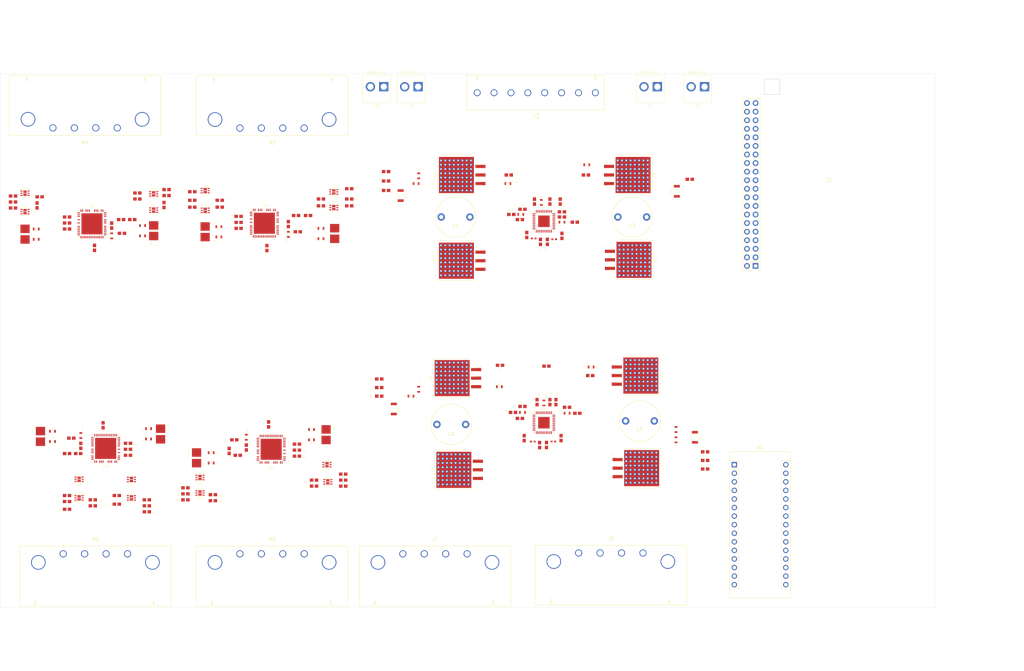
<source format=kicad_pcb>
(kicad_pcb (version 20211014) (generator pcbnew)
  (title_block (title "3D robot base PCB") (date "2022-06-25") (comment 1 "Made by:") (comment 2 "Abd AlHaleem Bakkor Mustafa"))
  (layers (0 "F.Cu" signal) (31 "B.Cu" signal) (34 "B.Paste" user) (35 "F.Paste" user) (36 "B.SilkS" user "B.Silkscreen") (37 "F.SilkS" user "F.Silkscreen") (38 "B.Mask" user) (39 "F.Mask" user) (44 "Edge.Cuts" user))
  (net 0 "")
  (net 4 "/-")
  (net 29 "/5")
  (net 30 "/+")
  (net 31 "/stepper and controller8/CB1")
  (net 32 "/stepper and controller8/1")
  (net 33 "/stepper and controller8/2")
  (net 34 "/stepper and controller8/CB2")
  (net 35 "/stepper and controller8/3")
  (net 36 "/stepper and controller8/CA1")
  (net 37 "/stepper and controller8/4")
  (net 38 "/stepper and controller8/CA2")
  (net 39 "Net-(C11-Pad1)")
  (net 40 "Net-(C12-Pad2)")
  (net 41 "/stepper and controller8/temp")
  (net 42 "Net-(C16-Pad1)")
  (net 43 "Net-(C16-Pad2)")
  (net 44 "Net-(C17-Pad1)")
  (net 45 "/stepper and controller8/Digital voltage")
  (net 46 "/stepper and controller6/CB1")
  (net 47 "/stepper and controller6/1")
  (net 48 "/stepper and controller6/2")
  (net 49 "/stepper and controller6/CB2")
  (net 50 "/stepper and controller6/3")
  (net 51 "/stepper and controller6/CA1")
  (net 52 "/stepper and controller6/4")
  (net 53 "/stepper and controller6/CA2")
  (net 54 "Net-(C29-Pad1)")
  (net 55 "Net-(C30-Pad2)")
  (net 56 "/stepper and controller6/temp")
  (net 57 "Net-(C34-Pad1)")
  (net 58 "Net-(C34-Pad2)")
  (net 59 "Net-(C35-Pad1)")
  (net 60 "/stepper and controller6/Digital voltage")
  (net 61 "/stepper and controller7/CB1")
  (net 62 "/stepper and controller7/1")
  (net 63 "/stepper and controller7/2")
  (net 64 "/stepper and controller7/CB2")
  (net 65 "/stepper and controller7/3")
  (net 66 "/stepper and controller7/CA1")
  (net 67 "/stepper and controller7/4")
  (net 68 "/stepper and controller7/CA2")
  (net 69 "Net-(C47-Pad1)")
  (net 70 "Net-(C48-Pad2)")
  (net 71 "/stepper and controller7/temp")
  (net 72 "Net-(C52-Pad1)")
  (net 73 "Net-(C52-Pad2)")
  (net 74 "Net-(C53-Pad1)")
  (net 75 "/stepper and controller7/Digital voltage")
  (net 76 "/stepper and controller9/CB1")
  (net 77 "/stepper and controller9/1")
  (net 78 "/stepper and controller9/2")
  (net 79 "/stepper and controller9/CB2")
  (net 80 "/stepper and controller9/3")
  (net 81 "/stepper and controller9/CA1")
  (net 82 "/stepper and controller9/4")
  (net 83 "/stepper and controller9/CA2")
  (net 84 "Net-(C65-Pad1)")
  (net 85 "Net-(C66-Pad2)")
  (net 86 "/stepper and controller9/temp")
  (net 87 "Net-(C70-Pad1)")
  (net 88 "Net-(C70-Pad2)")
  (net 89 "Net-(C71-Pad1)")
  (net 90 "/stepper and controller9/Digital voltage")
  (net 91 "/Buck converter 7.4/VCC")
  (net 92 "/Buck converter 7.4/SW2")
  (net 93 "/Buck converter 7.4/HB2")
  (net 94 "/Buck converter 7.4/SW1")
  (net 95 "/Buck converter 7.4/HB1")
  (net 96 "Net-(C79-Pad1)")
  (net 97 "/7.4R")
  (net 98 "/7.4L")
  (net 99 "Net-(C87-Pad2)")
  (net 100 "/Buck converter 7.4/COMP2")
  (net 101 "/Buck converter 7.4/SS2")
  (net 102 "/Buck converter 7.4/COMP1")
  (net 103 "Net-(C91-Pad2)")
  (net 104 "/Buck converter 7.4/DEMB")
  (net 105 "/Buck converter 7.4/SS1")
  (net 106 "/Buck converter 5 and 12/VCC")
  (net 107 "/Buck converter 5 and 12/SW2")
  (net 108 "/Buck converter 5 and 12/HB2")
  (net 109 "/Buck converter 5 and 12/SW1")
  (net 110 "/Buck converter 5 and 12/HB1")
  (net 111 "Net-(C100-Pad1)")
  (net 112 "/12")
  (net 113 "Net-(C106-Pad2)")
  (net 114 "/Buck converter 5 and 12/COMP2")
  (net 115 "/Buck converter 5 and 12/SS2")
  (net 116 "/Buck converter 5 and 12/COMP1")
  (net 117 "Net-(C110-Pad2)")
  (net 118 "/Buck converter 5 and 12/DEMB")
  (net 119 "/Buck converter 5 and 12/SS1")
  (net 120 "/Buck converter 7.4/CS1")
  (net 121 "/Buck converter 7.4/CS2")
  (net 122 "/Buck converter 5 and 12/CS1")
  (net 123 "/Buck converter 5 and 12/CS2")
  (net 124 "/Buck converter 7.4/HOL1")
  (net 125 "/Buck converter 7.4/HOL2")
  (net 126 "/Buck converter 7.4/LO1")
  (net 127 "/Buck converter 7.4/LO2")
  (net 128 "/Buck converter 5 and 12/HOL1")
  (net 129 "/Buck converter 5 and 12/HOL2")
  (net 130 "/Buck converter 5 and 12/LO1")
  (net 131 "/Buck converter 5 and 12/LO2")
  (net 132 "/stepper and controller8/SRBH")
  (net 133 "Net-(R1-Pad2)")
  (net 134 "Net-(R2-Pad1)")
  (net 135 "/stepper and controller8/SRAH")
  (net 136 "/stepper and controller8/SRBL")
  (net 137 "/stepper and controller8/SRAL")
  (net 138 "/stepper and controller6/SRBH")
  (net 139 "Net-(R10-Pad2)")
  (net 140 "Net-(R11-Pad2)")
  (net 141 "/stepper and controller6/SRAH")
  (net 142 "/stepper and controller6/SRBL")
  (net 143 "/stepper and controller6/SRAL")
  (net 144 "/stepper and controller7/SRBH")
  (net 145 "Net-(R15-Pad2)")
  (net 146 "Net-(R16-Pad1)")
  (net 147 "/stepper and controller7/SRAH")
  (net 148 "/stepper and controller7/SRBL")
  (net 149 "/stepper and controller7/SRAL")
  (net 150 "/stepper and controller9/SRBH")
  (net 151 "Net-(R22-Pad2)")
  (net 152 "Net-(R23-Pad1)")
  (net 153 "/stepper and controller9/SRAH")
  (net 154 "/stepper and controller9/SRBL")
  (net 155 "/stepper and controller9/SRAL")
  (net 156 "Net-(R29-Pad2)")
  (net 157 "/Buck converter 7.4/HO1")
  (net 158 "/Buck converter 7.4/HO2")
  (net 159 "/Buck converter 7.4/FB1")
  (net 160 "/Buck converter 7.4/FB2")
  (net 161 "Net-(R40-Pad2)")
  (net 162 "/Buck converter 5 and 12/HO1")
  (net 163 "/Buck converter 5 and 12/HO2")
  (net 164 "/Buck converter 5 and 12/FB2")
  (net 165 "/stepper and controller8/HB1")
  (net 166 "/stepper and controller8/HB2")
  (net 167 "/stepper and controller8/HA1")
  (net 168 "/stepper and controller8/HA2")
  (net 169 "/stepper and controller8/LB1")
  (net 170 "/stepper and controller8/LB2")
  (net 171 "/stepper and controller8/LA1")
  (net 172 "/stepper and controller8/LA2")
  (net 187 "/stepper and controller8/~En")
  (net 188 "/stepper and controller6/HB1")
  (net 189 "/stepper and controller6/HB2")
  (net 190 "/stepper and controller6/HA1")
  (net 191 "/stepper and controller6/HA2")
  (net 192 "/stepper and controller6/LB1")
  (net 193 "/stepper and controller6/LB2")
  (net 194 "/stepper and controller6/LA1")
  (net 195 "/stepper and controller6/LA2")
  (net 210 "/stepper and controller6/~En")
  (net 211 "/stepper and controller7/HB1")
  (net 212 "/stepper and controller7/HB2")
  (net 213 "/stepper and controller7/HA1")
  (net 214 "/stepper and controller7/HA2")
  (net 215 "/stepper and controller7/LB1")
  (net 216 "/stepper and controller7/LB2")
  (net 217 "/stepper and controller7/LA1")
  (net 218 "/stepper and controller7/LA2")
  (net 233 "/stepper and controller7/~En")
  (net 234 "/stepper and controller9/HB1")
  (net 235 "/stepper and controller9/HB2")
  (net 236 "/stepper and controller9/HA1")
  (net 237 "/stepper and controller9/HA2")
  (net 238 "/stepper and controller9/LB1")
  (net 239 "/stepper and controller9/LB2")
  (net 240 "/stepper and controller9/LA1")
  (net 241 "/stepper and controller9/LA2")
  (net 256 "/stepper and controller9/~En")
  (footprint "Capacitors:C0603X105J4RACTU" (layer "F.Cu") (at 156.718 84.328 180)
    (fp_text reference "C38")
    (fp_text value "4.7u")
  )
  (footprint "E-MOSFETs:UT6K3TCR" (layer "F.Cu") (at 98.806 85.852)
    (fp_text reference "U2")
    (fp_text value "UT6K3")
  )
  (footprint "E-MOSFETs:UT6K3TCR" (layer "F.Cu") (at 60.706 85.66)
    (fp_text reference "U1")
    (fp_text value "UT6K3")
  )
  (footprint "Capacitors:C0603X105J4RACTU" (layer "F.Cu") (at 123.698 163.322 180)
    (fp_text reference "C65")
    (fp_text value "100n")
  )
  (footprint "Capacitors:C0603X105J4RACTU" (layer "F.Cu") (at 141.478 97.092)
    (fp_text reference "C53")
    (fp_text value "470n")
  )
  (footprint "E-MOSFETs:UT6K3TCR" (layer "F.Cu") (at 76.708 170.434 180)
    (fp_text reference "U9")
    (fp_text value "UT6K3")
  )
  (footprint "Resistors:GMR50HJBFWR082" (layer "F.Cu") (at 98.806 96.774 90)
    (fp_text reference "R4")
    (fp_text value "82m")
  )
  (footprint "E-MOSFETs:UT6K3TCR" (layer "F.Cu") (at 60.706 91.122)
    (fp_text reference "U3")
    (fp_text value "UT6K3")
  )
  (footprint "Capacitors:C0603X105J4RACTU" (layer "F.Cu") (at 74.422 158.242 180)
    (fp_text reference "C35")
    (fp_text value "470n")
  )
  (footprint "Resistors:MCR03EZPFL" (layer "F.Cu") (at 227.066 77.216 180)
    (fp_text reference "R41")
    (fp_text value "2.2")
  )
  (footprint "ICs:LM5143RHAR" (layer "F.Cu") (at 214.366 93.98)
    (fp_text reference "U22")
    (fp_text value "LM5143")
  )
  (footprint "Capacitors:C0603X105J4RACTU" (layer "F.Cu") (at 73.152 92.71)
    (fp_text reference "C12")
    (fp_text value "2.2u")
  )
  (footprint "Capacitors:C0603X105J4RACTU" (layer "F.Cu") (at 73.152 179.324)
    (fp_text reference "C20")
    (fp_text value "4.7u")
  )
  (footprint "Connectors:282856-8" (layer "F.Cu") (at 212.08 55.88 180)
    (fp_text reference "J1")
    (fp_text value "282856-8")
  )
  (footprint "Capacitors:C0603X105J4RACTU" (layer "F.Cu") (at 215.128 160.274 90)
    (fp_text reference "C77")
    (fp_text value "2.2u")
  )
  (footprint "Capacitors:C0603X105J4RACTU" (layer "F.Cu") (at 77.216 160.528 90)
    (fp_text reference "C34")
    (fp_text value "22n")
  )
  (footprint "Capacitors:C0603X105J4RACTU" (layer "F.Cu") (at 73.152 177.038 180)
    (fp_text reference "C27")
    (fp_text value "1n")
  )
  (footprint "Capacitors:C0603X105J4RACTU" (layer "F.Cu") (at 219.446 158.242 -90)
    (fp_text reference "C78")
    (fp_text value "100n")
  )
  (footprint "Capacitors:C0603X105J4RACTU" (layer "F.Cu") (at 123.952 92.52)
    (fp_text reference "C48")
    (fp_text value "2.2u")
  )
  (footprint "ICs:LM5143RHAR" (layer "F.Cu") (at 214.366 153.67)
    (fp_text reference "U21")
    (fp_text value "LM5143")
  )
  (footprint "Capacitors:C0603X105J4RACTU" (layer "F.Cu") (at 118.364 87.758)
    (fp_text reference "C40")
    (fp_text value "220n")
  )
  (footprint "E-MOSFETs:UT6K3TCR" (layer "F.Cu") (at 114.046 84.9)
    (fp_text reference "U11")
    (fp_text value "UT6K3")
  )
  (footprint "E-MOSFETs:CSD18510KTTT" (layer "F.Cu") (at 243.068 139.7 -90)
    (fp_text reference "M5")
    (fp_text value "CSD18510KTTT")
  )
  (footprint "Capacitors:C0603X105J4RACTU" (layer "F.Cu") (at 262.118 162.306 180)
    (fp_text reference "C82")
    (fp_text value "10u")
  )
  (footprint "Connectors:1-350944-0" (layer "F.Cu") (at 133.858 66.358)
    (fp_text reference "M2")
    (fp_text value "Stepper_Motor_bipolar")
  )
  (footprint "Capacitors:C0603X105J4RACTU" (layer "F.Cu") (at 108.204 176.53)
    (fp_text reference "C56")
    (fp_text value "4.7u")
  )
  (footprint "Resistors:MCR03EZPFX" (layer "F.Cu") (at 221.224 150.876)
    (fp_text reference "R39")
    (fp_text value "6.81k")
  )
  (footprint "Capacitors:C0603X105J4RACTU" (layer "F.Cu") (at 223.51 94.234 180)
    (fp_text reference "C110")
    (fp_text value "3.3nF")
  )
  (footprint "Capacitors:C0603X105J4RACTU" (layer "F.Cu") (at 123.952 96.076)
    (fp_text reference "C49")
    (fp_text value "2.2u")
  )
  (footprint "ICs:TMC5160-WA" (layer "F.Cu") (at 131.58075 94.552)
    (fp_text reference "U15")
    (fp_text value "TMC5160-WA")
  )
  (footprint "ICs:TMC5160-WA" (layer "F.Cu") (at 133.59525 161.544 180)
    (fp_text reference "U20")
    (fp_text value "TMC5160-WA")
  )
  (footprint "Resistors:MCR03EZPFL" (layer "F.Cu") (at 86.36 98.298 90)
    (fp_text reference "R7")
    (fp_text value "MCR03EZPFL")
  )
  (footprint "Capacitors:C0603X105J4RACTU" (layer "F.Cu") (at 110.236 89.79 180)
    (fp_text reference "C43")
    (fp_text value "1n")
  )
  (footprint "Capacitors:C0603X105J4RACTU" (layer "F.Cu") (at 76.454 162.814 180)
    (fp_text reference "C29")
    (fp_text value "100n")
  )
  (footprint "Connectors:640445-2" (layer "F.Cu") (at 164.836 55.118 180)
    (fp_text reference "J8")
    (fp_text value "640445-2")
  )
  (footprint "Resistors:MCR03EZPFX" (layer "F.Cu") (at 177.282 80.518 -90)
    (fp_text reference "R46")
    (fp_text value "11.3k")
  )
  (footprint "E-MOSFETs:CSD18510KTTT" (layer "F.Cu") (at 188.458 105.664 90)
    (fp_text reference "M12")
    (fp_text value "CSD18510KTTT")
  )
  (footprint "E-MOSFETs:CSD18510KTTT" (layer "F.Cu") (at 187.696 167.64 90)
    (fp_text reference "M8")
    (fp_text value "CSD18510KTTT")
  )
  (footprint "Resistors:MCR03EZPFX" (layer "F.Cu") (at 145.542 158.75)
    (fp_text reference "R22")
    (fp_text value "47")
  )
  (footprint "Capacitors:C0603X105J4RACTU" (layer "F.Cu") (at 126.238 161.036 90)
    (fp_text reference "C70")
    (fp_text value "22n")
  )
  (footprint "Capacitors:C0603X105J4RACTU" (layer "F.Cu") (at 228.082 139.7)
    (fp_text reference "C73")
    (fp_text value "10u")
  )
  (footprint "Resistors:MCR03EZPFX" (layer "F.Cu") (at 68.834 156.21)
    (fp_text reference "R13")
    (fp_text value "47")
  )
  (footprint "Capacitors:C0603X105J4RACTU" (layer "F.Cu") (at 156.718 87.376)
    (fp_text reference "C42")
    (fp_text value "220n")
  )
  (footprint "Resistors:MCR03EZPFX" (layer "F.Cu") (at 97.282 158.496)
    (fp_text reference "R8")
    (fp_text value "47")
  )
  (footprint "Capacitors:C0603X105J4RACTU" (layer "F.Cu") (at 138.684 94.806 -90)
    (fp_text reference "C52")
    (fp_text value "22n")
  )
  (footprint "E-MOSFETs:UT6K3TCR" (layer "F.Cu") (at 152.146 89.916)
    (fp_text reference "U14")
    (fp_text value "UT6K3")
  )
  (footprint "Capacitors:C0603X105J4RACTU" (layer "F.Cu") (at 89.408 97.536)
    (fp_text reference "C17")
    (fp_text value "470n")
  )
  (footprint "Resistors:GMR50HJBFWR082" (layer "F.Cu") (at 65.278 157.734 -90)
    (fp_text reference "R11")
    (fp_text value "82m")
  )
  (footprint "Capacitors:C0603X105J4RACTU" (layer "F.Cu") (at 219.7 98.298 -90)
    (fp_text reference "C99")
    (fp_text value "100n")
  )
  (footprint "Resistors:MCR03EZPFX" (layer "F.Cu") (at 118.11 95.568 180)
    (fp_text reference "R15")
    (fp_text value "47")
  )
  (footprint "Resistors:GMR50HJBFWR082" (layer "F.Cu") (at 60.706 97.79 90)
    (fp_text reference "R3")
    (fp_text value "82m")
  )
  (footprint "Capacitors:C0603X105J4RACTU" (layer "F.Cu") (at 132.842 154.178 -90)
    (fp_text reference "C72")
    (fp_text value "100n")
  )
  (footprint "Capacitors:C0603X105J4RACTU" (layer "F.Cu") (at 122.682 158.75 180)
    (fp_text reference "C71")
    (fp_text value "470n")
  )
  (footprint "Resistors:MCR03EZPFX" (layer "F.Cu") (at 95.504 98.298 180)
    (fp_text reference "R6")
    (fp_text value "47")
  )
  (footprint "Capacitors:C0603X105J4RACTU" (layer "F.Cu") (at 101.854 89.154 -90)
    (fp_text reference "C9")
    (fp_text value "1n")
  )
  (footprint "Capacitors:C0603X105J4RACTU" (layer "F.Cu") (at 73.152 96.266)
    (fp_text reference "C13")
    (fp_text value "2.2u")
  )
  (footprint "Capacitors:C0603X105J4RACTU" (layer "F.Cu") (at 146.304 170.688 180)
    (fp_text reference "C58")
    (fp_text value "220n")
  )
  (footprint "Resistors:MCR03EZPFX" (layer "F.Cu") (at 207.508 91.948 180)
    (fp_text reference "R47")
    (fp_text value "6.19k")
  )
  (footprint "Capacitors:C0603X105J4RACTU" (layer "F.Cu") (at 83.82 154.432 -90)
    (fp_text reference "C36")
    (fp_text value "100n")
  )
  (footprint "Resistors:MCR03EZPFX" (layer "F.Cu") (at 145.542 155.702)
    (fp_text reference "R26")
    (fp_text value "47")
  )
  (footprint "Capacitors:C0603X105J4RACTU" (layer "F.Cu") (at 216.144 147.574 90)
    (fp_text reference "C79")
    (fp_text value "1u")
  )
  (footprint "E-MOSFETs:UT6K3TCR" (layer "F.Cu") (at 92.202 170.498 180)
    (fp_text reference "U8")
    (fp_text value "UT6K3")
  )
  (footprint "Capacitors:C0603X105J4RACTU" (layer "F.Cu") (at 207.254 152.4)
    (fp_text reference "C87")
    (fp_text value "3.3n")
  )
  (footprint "E-MOSFETs:UT6K3TCR" (layer "F.Cu") (at 112.522 174.498 180)
    (fp_text reference "U17")
    (fp_text value "UT6K3")
  )
  (footprint "Capacitors:C0603X105J4RACTU" (layer "F.Cu") (at 154.94 172.466)
    (fp_text reference "C61")
    (fp_text value "1n")
  )
  (footprint "Capacitors:C0603X105J4RACTU" (layer "F.Cu") (at 215.128 136.906)
    (fp_text reference "C86")
    (fp_text value "120u")
  )
  (footprint "E-MOSFETs:CSD18510KTTT" (layer "F.Cu") (at 243.3095 167.132 -90)
    (fp_text reference "M7")
    (fp_text value "CSD18510KTTT")
  )
  (footprint "Resistors:UCR18EVH" (layer "F.Cu") (at 259.07 157.988 -90)
    (fp_text reference "R32")
    (fp_text value "7m")
  )
  (footprint "Capacitors:C0603X105J4RACTU" (layer "F.Cu") (at 208.524 158.242 -90)
    (fp_text reference "C75")
    (fp_text value "100n")
  )
  (footprint "E-MOSFETs:CSD18510KTTT" (layer "F.Cu") (at 240.7695 80.264 -90)
    (fp_text reference "M9")
    (fp_text value "CSD18510KTTT")
  )
  (footprint "Resistors:MCR03EZPFL" (layer "F.Cu") (at 201.158 143.002)
    (fp_text reference "R31")
    (fp_text value "2.2")
  )
  (footprint "Capacitors:C0603X105J4RACTU" (layer "F.Cu") (at 86.36 95.25 -90)
    (fp_text reference "C16")
    (fp_text value "22n")
  )
  (footprint "Capacitors:C0603X105J4RACTU" (layer "F.Cu") (at 203.952 80.264 180)
    (fp_text reference "C97")
    (fp_text value "10u")
  )
  (footprint "Capacitors:C0603X105J4RACTU" (layer "F.Cu") (at 221.224 149.098 180)
    (fp_text reference "C90")
    (fp_text value "10p")
  )
  (footprint "Connectors:1-350944-0" (layer "F.Cu") (at 133.858 192.532 180)
    (fp_text reference "M3")
    (fp_text value "Stepper_Motor_bipolar")
  )
  (footprint "Capacitors:C0603X105J4RACTU" (layer "F.Cu") (at 208.016 148.844)
    (fp_text reference "C89")
    (fp_text value "120n")
  )
  (footprint "Capacitors:C0603X105J4RACTU" (layer "F.Cu") (at 219.7 92.71 180)
    (fp_text reference "C109")
    (fp_text value "15pF")
  )
  (footprint "Capacitors:C0603X105J4RACTU" (layer "F.Cu") (at 89.154 93.472)
    (fp_text reference "C11")
    (fp_text value "100n")
  )
  (footprint "Resistors:MCR03EZPFX" (layer "F.Cu") (at 213.604 88.392 -90)
    (fp_text reference "R40")
    (fp_text value "19.6k")
  )
  (footprint "Capacitors:C0603X105J4RACTU" (layer "F.Cu") (at 211.572 88.138 -90)
    (fp_text reference "C111")
    (fp_text value "2.2uF")
  )
  (footprint "E-MOSFETs:UT6K3TCR" (layer "F.Cu") (at 150.114 166.116 180)
    (fp_text reference "U18")
    (fp_text value "UT6K3")
  )
  (footprint "Capacitors:C0603X105J4RACTU" (layer "F.Cu") (at 204.714 91.948)
    (fp_text reference "C106")
    (fp_text value "4.7n")
  )
  (footprint "Resistors:UCR18EVH" (layer "F.Cu") (at 171.948 86.36 -90)
    (fp_text reference "R44")
    (fp_text value "15m")
  )
  (footprint "Connectors:1-350944-0" (layer "F.Cu") (at 81.534 192.532 180)
    (fp_text reference "M1")
    (fp_text value "Stepper_Motor_bipolar")
  )
  (footprint "Capacitors:C0603X105J4RACTU" (layer "F.Cu") (at 132.334 101.918 90)
    (fp_text reference "C54")
    (fp_text value "100n")
  )
  (footprint "Capacitors:C0603X105J4RACTU" (layer "F.Cu") (at 91.186 163.322 180)
    (fp_text reference "C30")
    (fp_text value "2.2u")
  )
  (footprint "Capacitors:C0603X105J4RACTU" (layer "F.Cu") (at 108.204 174.752 180)
    (fp_text reference "C63")
    (fp_text value "1n")
  )
  (footprint "E-MOSFETs:UT6K3TCR" (layer "F.Cu") (at 112.522 169.926 180)
    (fp_text reference "U19")
    (fp_text value "UT6K3")
  )
  (footprint "Capacitors:C0603X105J4RACTU" (layer "F.Cu") (at 65.024 86.74)
    (fp_text reference "C4")
    (fp_text value "220n")
  )
  (footprint "Resistors:GMR50HJBFWR082" (layer "F.Cu") (at 114.046 97.092 90)
    (fp_text reference "R17")
    (fp_text value "82m")
  )
  (footprint "Capacitors:C0603X105J4RACTU" (layer "F.Cu") (at 156.718 89.408)
    (fp_text reference "C45")
    (fp_text value "1n")
  )
  (footprint "Capacitors:C0603X105J4RACTU" (layer "F.Cu") (at 96.774 180.086)
    (fp_text reference "C19")
    (fp_text value "4.7u")
  )
  (footprint "Capacitors:C0603X105J4RACTU" (layer "F.Cu") (at 102.616 86.36)
    (fp_text reference "C6")
    (fp_text value "220n")
  )
  (footprint "Capacitors:C0603X105J4RACTU" (layer "F.Cu") (at 93.98 87.376 180)
    (fp_text reference "C10")
    (fp_text value "1n")
  )
  (footprint "Capacitors:C0603X105J4RACTU" (layer "F.Cu") (at 207.254 93.472)
    (fp_text reference "C107")
    (fp_text value "15p")
  )
  (footprint "Capacitors:C0603X105J4RACTU" (layer "F.Cu") (at 165.598 140.716)
    (fp_text reference "C83")
    (fp_text value "10u")
  )
  (footprint "Resistors:GMR50HJBFWR082" (layer "F.Cu") (at 152.4 97.6 90)
    (fp_text reference "R18")
    (fp_text value "82m")
  )
  (footprint "Capacitors:C0603X105J4RACTU" (layer "F.Cu") (at 217.922 147.574 -90)
    (fp_text reference "C93")
    (fp_text value "120nF")
  )
  (footprint "Capacitors:C0603X105J4RACTU" (layer "F.Cu") (at 262.118 164.846 180)
    (fp_text reference "C81")
    (fp_text value "220n")
  )
  (footprint "Capacitors:C0603X105J4RACTU" (layer "F.Cu") (at 205.222 150.622)
    (fp_text reference "C88")
    (fp_text value "10p")
  )
  (footprint "Capacitors:C0603X105J4RACTU" (layer "F.Cu") (at 141.224 160.02 180)
    (fp_text reference "C67")
    (fp_text value "2.2u")
  )
  (footprint "Capacitors:C0603X105J4RACTU" (layer "F.Cu") (at 91.186 159.766 180)
    (fp_text reference "C31")
    (fp_text value "2.2u")
  )
  (footprint "Capacitors:C0603X105J4RACTU" (layer "F.Cu") (at 219.192 88.138 -90)
    (fp_text reference "C105")
    (fp_text value "22u")
  )
  (footprint "Capacitors:C0603X105J4RACTU" (layer "F.Cu") (at 96.774 178.308)
    (fp_text reference "C25")
    (fp_text value "1n")
  )
  (footprint "Diodes:RB161QS-40T18R" (layer "F.Cu") (at 211.064 159.258)
    (fp_text reference "D1")
    (fp_text value "RB161QS-40")
  )
  (footprint "Capacitors:C0603X105J4RACTU" (layer "F.Cu") (at 154.94 168.91 180)
    (fp_text reference "C57")
    (fp_text value "220n")
  )
  (footprint "Capacitors:C0603X105J4RACTU" (layer "F.Cu") (at 57.15 86.486 180)
    (fp_text reference "C1")
    (fp_text value "4.7u")
  )
  (footprint "Capacitors:C0603X105J4RACTU" (layer "F.Cu") (at 73.152 175.26 180)
    (fp_text reference "C24")
    (fp_text value "220n")
  )
  (footprint "Capacitors:C0603X105J4RACTU" (layer "F.Cu") (at 212.334 147.574 -90)
    (fp_text reference "C92")
    (fp_text value "2.2uF")
  )
  (footprint "Modules:Raspberry pi 4" (layer "F.Cu") (at 300.228 72.136 90)
    (fp_text reference "J2")
    (fp_text value "Raspberry_Pi_2_3")
    (fp_rect (start 15.748 -20.574) (end 20.32 -16.002) (layer "Edge.Cuts") (width 0.12) (fill none))
  )
  (footprint "Resistors:MCR03EZPFX" (layer "F.Cu") (at 253.482 158.75 -90)
    (fp_text reference "R34")
    (fp_text value "118k")
  )
  (footprint "Connectors:1-350944-0" (layer "F.Cu") (at 234.178 192.278 180)
    (fp_text reference "J3")
    (fp_text value "1-350944-0")
  )
  (footprint "Capacitors:C0603X105J4RACTU" (layer "F.Cu") (at 165.598 143.256)
    (fp_text reference "C84")
    (fp_text value "220n")
  )
  (footprint "Capacitors:C0603X105J4RACTU" (layer "F.Cu") (at 87.884 177.8 180)
    (fp_text reference "C26")
    (fp_text value "1n")
  )
  (footprint "Capacitors:C0603X105J4RACTU" (layer "F.Cu") (at 118.364 89.79)
    (fp_text reference "C44")
    (fp_text value "1n")
  )
  (footprint "Capacitors:C0603X105J4RACTU" (layer "F.Cu") (at 123.952 94.298)
    (fp_text reference "C51")
    (fp_text value "100n")
  )
  (footprint "Resistors:MCR03EZPFL" (layer "F.Cu") (at 203.698 82.804)
    (fp_text reference "R42")
    (fp_text value "2.2")
  )
  (footprint "Capacitors:C0603X105J4RACTU" (layer "F.Cu") (at 213.096 160.311001 90)
    (fp_text reference "C74")
    (fp_text value "2.2u")
  )
  (footprint "Capacitors:C0603X105J4RACTU" (layer "F.Cu") (at 141.224 163.576 180)
    (fp_text reference "C66")
    (fp_text value "2.2u")
  )
  (footprint "Capacitors:C0603X105J4RACTU" (layer "F.Cu") (at 80.772 178.308)
    (fp_text reference "C28")
    (fp_text value "1n")
  )
  (footprint "Inductors:SBC9-2R2-792" (layer "F.Cu") (at 186.934 154.178 180)
    (fp_text reference "L2")
    (fp_text value "2.2u")
  )
  (footprint "Resistors:GMR50HJBFWR082" (layer "F.Cu") (at 100.838 157.0212 -90)
    (fp_text reference "R10")
    (fp_text value "82m")
  )
  (footprint "Resistors:MCR03EZPFX" (layer "F.Cu") (at 115.824 162.56)
    (fp_text reference "R27")
    (fp_text value "47")
  )
  (footprint "Capacitors:C0603X105J4RACTU" (layer "F.Cu") (at 216.144 88.138 90)
    (fp_text reference "C100")
    (fp_text value "1u")
  )
  (footprint "Capacitors:C0603X105J4RACTU" (layer "F.Cu") (at 92.456 93.472)
    (fp_text reference "C14")
    (fp_text value "220n")
  )
  (footprint "Capacitors:C0603X105J4RACTU" (layer "F.Cu") (at 209.286 98.044 -90)
    (fp_text reference "C96")
    (fp_text value "100n")
  )
  (footprint "Capacitors:C0603X105J4RACTU" (layer "F.Cu") (at 219.7 91.186 180)
    (fp_text reference "C112")
    (fp_text value "120nF")
  )
  (footprint "Module:Arduino_Nano" (layer "F.Cu") (at 270.764 166.116)
    (fp_text reference "A1")
    (fp_text value "Arduino_Nano_v3.x")
  )
  (footprint "Capacitors:C0603X105J4RACTU" (layer "F.Cu") (at 262.118 167.386 180)
    (fp_text reference "C80")
    (fp_text value "22n")
  )
  (footprint "E-MOSFETs:CSD18510KTTT" (layer "F.Cu") (at 241.036 105.41 -90)
    (fp_text reference "M11")
    (fp_text value "CSD18510KTTT")
  )
  (footprint "Capacitors:C0603X105J4RACTU" (layer "F.Cu") (at 146.304 172.466 180)
    (fp_text reference "C62")
    (fp_text value "1n")
  )
  (footprint "Capacitors:C0603X105J4RACTU" (layer "F.Cu") (at 213.35 100.076 90)
    (fp_text reference "C95")
    (fp_text value "2.2u")
  )
  (footprint "Capacitors:C0603X105J4RACTU" (layer "F.Cu") (at 215.382 100.076 90)
    (fp_text reference "C98")
    (fp_text value "2.2u")
  )
  (footprint "Connectors:1-350944-0" (layer "F.Cu") (at 182.108 192.532 180)
    (fp_text reference "J7")
    (fp_text value "1-350944-0")
  )
  (footprint "Capacitors:C0603X105J4RACTU" (layer "F.Cu") (at 201.374999 136.652 180)
    (fp_text reference "C76")
    (fp_text value "10u")
  )
  (footprint "Diodes:RB161QS-40T18R" (layer "F.Cu") (at 211.318 99.06)
    (fp_text reference "D3")
    (fp_text value "RB161QS-40")
  )
  (footprint "Resistors:MCR03EZPFX" (layer "F.Cu") (at 118.11 98.616 180)
    (fp_text reference "R19")
    (fp_text value "47")
  )
  (footprint "Capacitors:C0603X105J4RACTU" (layer "F.Cu") (at 110.236 87.758)
    (fp_text reference "C39")
    (fp_text value "220n")
  )
  (footprint "Capacitors:C0603X105J4RACTU" (layer "F.Cu") (at 110.236 85.218 180)
    (fp_text reference "C37")
    (fp_text value "4.7u")
  )
  (footprint "Capacitors:C0603X105J4RACTU" (layer "F.Cu") (at 73.152 162.814 180)
    (fp_text reference "C32")
    (fp_text value "220n")
  )
  (footprint "Capacitors:C0603X105J4RACTU" (layer "F.Cu") (at 116.332 176.784)
    (fp_text reference "C64")
    (fp_text value "1n")
  )
  (footprint "Capacitors:C0603X105J4RACTU" (layer "F.Cu") (at 165.598 145.796)
    (fp_text reference "C85")
    (fp_text value "22n")
  )
  (footprint "Capacitors:C0603X105J4RACTU" (layer "F.Cu") (at 93.98 85.598 180)
    (fp_text reference "C5")
    (fp_text value "220n")
  )
  (footprint "Capacitors:C0603X105J4RACTU" (layer "F.Cu") (at 73.152 94.488)
    (fp_text reference "C15")
    (fp_text value "100n")
  )
  (footprint "Diodes:RB161QS-40T18R" (layer "F.Cu") (at 217.414 99.314 180)
    (fp_text reference "D4")
    (fp_text value "RB161QS-40")
  )
  (footprint "Capacitors:C0603X105J4RACTU" (layer "F.Cu") (at 167.63 79.248)
    (fp_text reference "C102")
    (fp_text value "4.7u")
  )
  (footprint "ICs:TMC5160-WA" (layer "F.Cu") (at 80.518 94.742)
    (fp_text reference "U5")
    (fp_text value "TMC5160-WA")
  )
  (footprint "Capacitors:C0603X105J4RACTU" (layer "F.Cu") (at 144.526 92.266)
    (fp_text reference "C50")
    (fp_text value "220n")
  )
  (footprint "Capacitors:C0603X105J4RACTU" (layer "F.Cu") (at 96.774 176.53 180)
    (fp_text reference "C21")
    (fp_text value "220n")
  )
  (footprint "Capacitors:C0603X105J4RACTU" (layer "F.Cu") (at 208.016 90.424)
    (fp_text reference "C108")
    (fp_text value "120n")
  )
  (footprint "Capacitors:C0603X105J4RACTU" (layer "F.Cu") (at 121.158 162.052 -90)
    (fp_text reference "C68")
    (fp_text value "220n")
  )
  (footprint "Resistors:MCR03EZPFL" (layer "F.Cu") (at 77.216 157.48 -90)
    (fp_text reference "R14")
    (fp_text value "MCR03EZPFL")
  )
  (footprint "E-MOSFETs:UT6K3TCR" (layer "F.Cu") (at 76.708 175.958 180)
    (fp_text reference "U7")
    (fp_text value "UT6K3")
  )
  (footprint "Capacitors:C0603X105J4RACTU" (layer "F.Cu") (at 148.336 89.408 180)
    (fp_text reference "C46")
    (fp_text value "1n")
  )
  (footprint "Diodes:RB161QS-40T18R" (layer "F.Cu") (at 217.16 159.258 180)
    (fp_text reference "D2")
    (fp_text value "RB161QS-40")
  )
  (footprint "Inductors:SBC9-2R2-792" (layer "F.Cu") (at 188.204 92.71 180)
    (fp_text reference "L4")
    (fp_text value "6.8u")
  )
  (footprint "Resistors:MCR03EZPFX" (layer "F.Cu") (at 214.366 147.828 90)
    (fp_text reference "R29")
    (fp_text value "19.6k")
  )
  (footprint "Resistors:UCR18EVH" (layer "F.Cu") (at 169.916 149.606 -90)
    (fp_text reference "R33")
    (fp_text value "7m")
  )
  (footprint "Inductors:SBC9-2R2-792" (layer "F.Cu") (at 242.814 153.162 180)
    (fp_text reference "L1")
    (fp_text value "2.2u")
  )
  (footprint "Connectors:640445-2" (layer "F.Cu") (at 245.862 55.118 180)
    (fp_text reference "J4")
    (fp_text value "640445-2")
  )
  (footprint "Resistors:MCR03EZPFX" (layer "F.Cu") (at 97.282 155.448)
    (fp_text reference "R12")
    (fp_text value "47")
  )
  (footprint "E-MOSFETs:UT6K3TCR" (layer "F.Cu") (at 150.368 171.196 180)
    (fp_text reference "U16")
    (fp_text value "UT6K3")
  )
  (footprint "Capacitors:C0603X105J4RACTU" (layer "F.Cu") (at 224.272 150.876 180)
    (fp_text reference "C91")
    (fp_text value "3.3nF")
  )
  (footprint "Resistors:MCR03EZPFX" (layer "F.Cu") (at 208.016 150.622)
    (fp_text reference "R38")
    (fp_text value "6.81k")
  )
  (footprint "Resistors:MCR03EZPFX" (layer "F.Cu") (at 68.834 159.258)
    (fp_text reference "R9")
    (fp_text value "47")
  )
  (footprint "Resistors:MCR03EZPFX" (layer "F.Cu") (at 148.336 96.076 180)
    (fp_text reference "R16")
    (fp_text value "47")
  )
  (footprint "Resistors:MCR03EZPFX" (layer "F.Cu") (at 177.282 143.764 -90)
    (fp_text reference "R37")
    (fp_text value "10.4k")
  )
  (footprint "Inductors:SBC9-2R2-792" (layer "F.Cu") (at 240.528 92.71 180)
    (fp_text reference "L3")
    (fp_text value "3.3u")
  )
  (footprint "E-MOSFETs:CSD18510KTTT" (layer "F.Cu") (at 187.188 140.462 90)
    (fp_text reference "M6")
    (fp_text value "CSD18510KTTT")
  )
  (footprint "Capacitors:C0603X105J4RACTU" (layer "F.Cu") (at 57.15 90.042 180)
    (fp_text reference "C7")
    (fp_text value "1n")
  )
  (footprint "Resistors:MCR03EZPFL" (layer "F.Cu") (at 228.336 137.16)
    (fp_text reference "R30")
    (fp_text value "2.2")
  )
  (footprint "Capacitors:C0603X105J4RACTU" (layer "F.Cu") (at 148.336 87.376 180)
    (fp_text reference "C41")
    (fp_text value "220n")
  )
  (footprint "Capacitors:C0603X105J4RACTU" (layer "F.Cu") (at 140.97 92.266)
    (fp_text reference "C47")
    (fp_text value "100n")
  )
  (footprint "ICs:TMC5160-WA" (layer "F.Cu") (at 84.582 161.29 180)
    (fp_text reference "U10")
    (fp_text value "TMC5160-WA")
  )
  (footprint "Capacitors:C0603X105J4RACTU" (layer "F.Cu") (at 167.63 84.836)
    (fp_text reference "C104")
    (fp_text value "22n")
  )
  (footprint "Connectors:640445-2" (layer "F.Cu") (at 174.996 55.118 180)
    (fp_text reference "J5")
    (fp_text value "640445-2")
  )
  (footprint "Capacitors:C0603X105J4RACTU" (layer "F.Cu") (at 81.28 101.854 90)
    (fp_text reference "C18")
    (fp_text value "100n")
  )
  (footprint "Resistors:GMR50HJBFWR082" (layer "F.Cu") (at 111.506 164.084 -90)
    (fp_text reference "R25")
    (fp_text value "82m")
  )
  (footprint "Capacitors:C0603X105J4RACTU" (layer "F.Cu") (at 91.186 161.544 180)
    (fp_text reference "C33")
    (fp_text value "100n")
  )
  (footprint "Capacitors:C0603X105J4RACTU" (layer "F.Cu") (at 64.262 89.28 -90)
    (fp_text reference "C8")
    (fp_text value "1n")
  )
  (footprint "E-MOSFETs:UT6K3TCR" (layer "F.Cu") (at 152.146 85.28)
    (fp_text reference "U12")
    (fp_text value "UT6K3")
  )
  (footprint "Capacitors:C0603X105J4RACTU" (layer "F.Cu") (at 102.616 84.582 180)
    (fp_text reference "C2")
    (fp_text value "4.7u")
  )
  (footprint "Resistors:MCR03EZPFX" (layer "F.Cu") (at 219.7 94.234)
    (fp_text reference "R48")
    (fp_text value "8.87K")
  )
  (footprint "Resistors:MCR03EZPFL" (layer "F.Cu") (at 138.684 97.854 90)
    (fp_text reference "R21")
    (fp_text value "MCR03EZPFL")
  )
  (footprint "Resistors:MCR03EZPFX" (layer "F.Cu") (at 148.336 99.124 180)
    (fp_text reference "R20")
    (fp_text value "47")
  )
  (footprint "Capacitors:C0603X105J4RACTU" (layer "F.Cu") (at 108.204 172.974 180)
    (fp_text reference "C60")
    (fp_text value "220n")
  )
  (footprint "Capacitors:C0603X105J4RACTU" (layer "F.Cu") (at 87.884 175.26 180)
    (fp_text reference "C22")
    (fp_text value "220n")
  )
  (footprint "Resistors:UCR18EVH" (layer "F.Cu") (at 253.736 85.09 90)
    (fp_text reference "R43")
    (fp_text value "12m")
  )
  (footprint "E-MOSFETs:UT6K3TCR" (layer "F.Cu") (at 98.806 90.678)
    (fp_text reference "U4")
    (fp_text value "UT6K3")
  )
  (footprint "Resistors:GMR50HJBFWR082" (layer "F.Cu") (at 149.86 157.226 -90)
    (fp_text reference "R24")
    (fp_text value "82m")
  )
  (footprint "Resistors:MCR03EZPFX" (layer "F.Cu") (at 64.008 96.266 180)
    (fp_text reference "R1")
    (fp_text value "47")
  )
  (footprint "Capacitors:C0603X105J4RACTU" (layer "F.Cu") (at 57.15 88.264)
    (fp_text reference "C3")
    (fp_text value "220n")
  )
  (footprint "Resistors:MCR03EZPFX" (layer "F.Cu") (at 115.824 165.608)
    (fp_text reference "R23")
    (fp_text value "47")
  )
  (footprint "Capacitors:C0603X105J4RACTU" (layer "F.Cu") (at 154.94 170.688)
    (fp_text reference "C55")
    (fp_text value "4.7u")
  )
  (footprint "E-MOSFETs:UT6K3TCR" (layer "F.Cu") (at 92.202 175.958 180)
    (fp_text reference "U6")
    (fp_text value "UT6K3")
  )
  (footprint "Capacitors:C0603X105J4RACTU" (layer "F.Cu") (at 116.332 175.006)
    (fp_text reference "C59")
    (fp_text value "220n")
  )
  (footprint "Connectors:1-350944-0" (layer "F.Cu") (at 78.486 66.294)
    (fp_text reference "M4")
    (fp_text value "Stepper_Motor_bipolar")
  )
  (footprint "Capacitors:C0603X105J4RACTU" (layer "F.Cu") (at 226.812 80.264)
    (fp_text reference "C94")
    (fp_text value "10u")
  )
  (footprint "Resistors:MCR03EZPFX" (layer "F.Cu") (at 253.482 155.702 -90)
    (fp_text reference "R36")
    (fp_text value "10.4k")
  )
  (footprint "E-MOSFETs:CSD18510KTTT" (layer "F.Cu") (at 188.458 80.264 90)
    (fp_text reference "M10")
    (fp_text value "CSD18510KTTT")
  )
  (footprint "Resistors:MCR03EZPFX" (layer "F.Cu") (at 64.008 99.314)
    (fp_text reference "R5")
    (fp_text value "47")
  )
  (footprint "Resistors:MCR03EZPFX" (layer "F.Cu") (at 174.996 145.796 180)
    (fp_text reference "R35")
    (fp_text value "118k")
  )
  (footprint "Resistors:MCR03EZPFL" (layer "F.Cu") (at 126.238 157.988 -90)
    (fp_text reference "R28")
    (fp_text value "MCR03EZPFL")
  )
  (footprint "Capacitors:C0603X105J4RACTU" (layer "F.Cu") (at 167.63 82.042)
    (fp_text reference "C103")
    (fp_text value "220n")
  )
  (footprint "Resistors:MCR03EZPFX" (layer "F.Cu") (at 176.52 82.804 180)
    (fp_text reference "R45")
    (fp_text value "215k")
  )
  (footprint "Capacitors:C0603X105J4RACTU" (layer "F.Cu") (at 257.546 81.534 180)
    (fp_text reference "C101")
    (fp_text value "47u")
  )
  (footprint "E-MOSFETs:UT6K3TCR" (layer "F.Cu") (at 114.069899 90.742)
    (fp_text reference "U13")
    (fp_text value "UT6K3")
  )
  (footprint "Resistors:MCR03EZPFX" (layer "F.Cu") (at 95.504 95.25 180)
    (fp_text reference "R2")
    (fp_text value "47")
  )
  (footprint "Connectors:640445-2" (layer "F.Cu") (at 259.832 55.118 180)
    (fp_text reference "J6")
    (fp_text value "640445-2")
  )
  (footprint "Capacitors:C0603X105J4RACTU" (layer "F.Cu") (at 80.772 176.53)
    (fp_text reference "C23")
    (fp_text value "220n")
  )
  (footprint "Capacitors:C0603X105J4RACTU" (layer "F.Cu") (at 141.224 161.798 180)
    (fp_text reference "C69")
    (fp_text value "100n")
  )
  (gr_rect (start 53.34 50.292) (end 330.2 208.534) (layer "Edge.Cuts") (width 0.05) (fill none))
  (via (at 243.83 135.128) (size 0.8) (drill 0.4) (layers "F.Cu" "B.Cu") (net 0))
  (via (at 238.75 163.83) (size 0.8) (drill 0.4) (layers "F.Cu" "B.Cu") (net 0))
  (via (at 241.798 102.362) (size 0.8) (drill 0.4) (layers "F.Cu" "B.Cu") (net 0))
  (via (at 240.02 77.216) (size 0.8) (drill 0.4) (layers "F.Cu" "B.Cu") (net 0))
  (via (at 185.156 78.486) (size 0.8) (drill 0.4) (layers "F.Cu" "B.Cu") (net 0))
  (via (at 186.426 138.43) (size 0.8) (drill 0.4) (layers "F.Cu" "B.Cu") (net 0))
  (via (at 241.29 165.1) (size 0.8) (drill 0.4) (layers "F.Cu" "B.Cu") (net 0))
  (via (at 186.426 79.756) (size 0.8) (drill 0.4) (layers "F.Cu" "B.Cu") (net 0))
  (via (at 245.1 137.668) (size 0.8) (drill 0.4) (layers "F.Cu" "B.Cu") (net 0))
  (via (at 183.124 165.608) (size 0.8) (drill 0.4) (layers "F.Cu" "B.Cu") (net 0))
  (via (at 239.258 102.362) (size 0.8) (drill 0.4) (layers "F.Cu" "B.Cu") (net 0))
  (via (at 240.528 106.172) (size 0.8) (drill 0.4) (layers "F.Cu" "B.Cu") (net 0))
  (via (at 240.02 83.566) (size 0.8) (drill 0.4) (layers "F.Cu" "B.Cu") (net 0))
  (via (at 241.29 140.208) (size 0.8) (drill 0.4) (layers "F.Cu" "B.Cu") (net 0))
  (via (at 188.966 142.24) (size 0.8) (drill 0.4) (layers "F.Cu" "B.Cu") (net 0))
  (via (at 185.156 106.172) (size 0.8) (drill 0.4) (layers "F.Cu" "B.Cu") (net 0))
  (via (at 187.696 81.026) (size 0.8) (drill 0.4) (layers "F.Cu" "B.Cu") (net 0))
  (via (at 243.83 137.668) (size 0.8) (drill 0.4) (layers "F.Cu" "B.Cu") (net 0))
  (via (at 245.608 109.982) (size 0.8) (drill 0.4) (layers "F.Cu" "B.Cu") (net 0))
  (via (at 184.394 168.148) (size 0.8) (drill 0.4) (layers "F.Cu" "B.Cu") (net 0))
  (via (at 183.124 171.958) (size 0.8) (drill 0.4) (layers "F.Cu" "B.Cu") (net 0))
  (via (at 188.966 79.756) (size 0.8) (drill 0.4) (layers "F.Cu" "B.Cu") (net 0))
  (via (at 241.798 104.902) (size 0.8) (drill 0.4) (layers "F.Cu" "B.Cu") (net 0))
  (via (at 243.83 77.216) (size 0.8) (drill 0.4) (layers "F.Cu" "B.Cu") (net 0))
  (via (at 189.474 170.688) (size 0.8) (drill 0.4) (layers "F.Cu" "B.Cu") (net 0))
  (via (at 190.744 168.148) (size 0.8) (drill 0.4) (layers "F.Cu" "B.Cu") (net 0))
  (via (at 236.718 103.632) (size 0.8) (drill 0.4) (layers "F.Cu" "B.Cu") (net 0))
  (via (at 241.798 109.982) (size 0.8) (drill 0.4) (layers "F.Cu" "B.Cu") (net 0))
  (via (at 236.718 108.712) (size 0.8) (drill 0.4) (layers "F.Cu" "B.Cu") (net 0))
  (via (at 241.29 170.18) (size 0.8) (drill 0.4) (layers "F.Cu" "B.Cu") (net 0))
  (via (at 245.608 101.092) (size 0.8) (drill 0.4) (layers "F.Cu" "B.Cu") (net 0))
  (via (at 185.156 79.756) (size 0.8) (drill 0.4) (layers "F.Cu" "B.Cu") (net 0))
  (via (at 190.236 84.836) (size 0.8) (drill 0.4) (layers "F.Cu" "B.Cu") (net 0))
  (via (at 186.934 169.418) (size 0.8) (drill 0.4) (layers "F.Cu" "B.Cu") (net 0))
  (via (at 183.886 101.092) (size 0.8) (drill 0.4) (layers "F.Cu" "B.Cu") (net 0))
  (via (at 239.258 109.982) (size 0.8) (drill 0.4) (layers "F.Cu" "B.Cu") (net 0))
  (via (at 241.29 78.486) (size 0.8) (drill 0.4) (layers "F.Cu" "B.Cu") (net 0))
  (via (at 246.37 163.83) (size 0.8) (drill 0.4) (layers "F.Cu" "B.Cu") (net 0))
  (via (at 247.64 165.1) (size 0.8) (drill 0.4) (layers "F.Cu" "B.Cu") (net 0))
  (via (at 240.528 101.092) (size 0.8) (drill 0.4) (layers "F.Cu" "B.Cu") (net 0))
  (via (at 237.48 81.026) (size 0.8) (drill 0.4) (layers "F.Cu" "B.Cu") (net 0))
  (via (at 242.56 167.64) (size 0.8) (drill 0.4) (layers "F.Cu" "B.Cu") (net 0))
  (via (at 245.1 84.836) (size 0.8) (drill 0.4) (layers "F.Cu" "B.Cu") (net 0))
  (via (at 186.934 165.608) (size 0.8) (drill 0.4) (layers "F.Cu" "B.Cu") (net 0))
  (via (at 240.02 168.91) (size 0.8) (drill 0.4) (layers "F.Cu" "B.Cu") (net 0))
  (via (at 190.236 135.89) (size 0.8) (drill 0.4) (layers "F.Cu" "B.Cu") (net 0))
  (via (at 188.204 171.958) (size 0.8) (drill 0.4) (layers "F.Cu" "B.Cu") (net 0))
  (via (at 188.966 108.712) (size 0.8) (drill 0.4) (layers "F.Cu" "B.Cu") (net 0))
  (via (at 238.75 142.748) (size 0.8) (drill 0.4) (layers "F.Cu" "B.Cu") (net 0))
  (via (at 242.56 163.83) (size 0.8) (drill 0.4) (layers "F.Cu" "B.Cu") (net 0))
  (via (at 243.83 75.946) (size 0.8) (drill 0.4) (layers "F.Cu" "B.Cu") (net 0))
  (via (at 237.48 79.756) (size 0.8) (drill 0.4) (layers "F.Cu" "B.Cu") (net 0))
  (via (at 242.56 142.748) (size 0.8) (drill 0.4) (layers "F.Cu" "B.Cu") (net 0))
  (via (at 245.1 136.398) (size 0.8) (drill 0.4) (layers "F.Cu" "B.Cu") (net 0))
  (via (at 186.426 77.216) (size 0.8) (drill 0.4) (layers "F.Cu" "B.Cu") (net 0))
  (via (at 183.886 104.902) (size 0.8) (drill 0.4) (layers "F.Cu" "B.Cu") (net 0))
  (via (at 247.64 136.398) (size 0.8) (drill 0.4) (layers "F.Cu" "B.Cu") (net 0))
  (via (at 190.236 103.632) (size 0.8) (drill 0.4) (layers "F.Cu" "B.Cu") (net 0))
  (via (at 192.776 75.946) (size 0.8) (drill 0.4) (layers "F.Cu" "B.Cu") (net 0))
  (via (at 245.608 108.712) (size 0.8) (drill 0.4) (layers "F.Cu" "B.Cu") (net 0))
  (via (at 187.696 109.982) (size 0.8) (drill 0.4) (layers "F.Cu" "B.Cu") (net 0))
  (via (at 185.664 171.958) (size 0.8) (drill 0.4) (layers "F.Cu" "B.Cu") (net 0))
  (via (at 192.776 103.632) (size 0.8) (drill 0.4) (layers "F.Cu" "B.Cu") (net 0))
  (via (at 242.56 171.45) (size 0.8) (drill 0.4) (layers "F.Cu" "B.Cu") (net 0))
  (via (at 188.966 81.026) (size 0.8) (drill 0.4) (layers "F.Cu" "B.Cu") (net 0))
  (via (at 240.528 103.632) (size 0.8) (drill 0.4) (layers "F.Cu" "B.Cu") (net 0))
  (via (at 237.988 108.712) (size 0.8) (drill 0.4) (layers "F.Cu" "B.Cu") (net 0))
  (via (at 191.506 81.026) (size 0.8) (drill 0.4) (layers "F.Cu" "B.Cu") (net 0))
  (via (at 240.02 78.486) (size 0.8) (drill 0.4) (layers "F.Cu" "B.Cu") (net 0))
  (via (at 238.75 162.56) (size 0.8) (drill 0.4) (layers "F.Cu" "B.Cu") (net 0))
  (via (at 240.02 141.478) (size 0.8) (drill 0.4) (layers "F.Cu" "B.Cu") (net 0))
  (via (at 241.29 171.45) (size 0.8) (drill 0.4) (layers "F.Cu" "B.Cu") (net 0))
  (via (at 190.236 82.296) (size 0.8) (drill 0.4) (layers "F.Cu" "B.Cu") (net 0))
  (via (at 243.83 136.398) (size 0.8) (drill 0.4) (layers "F.Cu" "B.Cu") (net 0))
  (via (at 192.776 109.982) (size 0.8) (drill 0.4) (layers "F.Cu" "B.Cu") (net 0))
  (via (at 187.696 82.296) (size 0.8) (drill 0.4) (layers "F.Cu" "B.Cu") (net 0))
  (via (at 185.664 163.068) (size 0.8) (drill 0.4) (layers "F.Cu" "B.Cu") (net 0))
  (via (at 244.338 101.092) (size 0.8) (drill 0.4) (layers "F.Cu" "B.Cu") (net 0))
  (via (at 238.75 171.45) (size 0.8) (drill 0.4) (layers "F.Cu" "B.Cu") (net 0))
  (via (at 186.426 83.566) (size 0.8) (drill 0.4) (layers "F.Cu" "B.Cu") (net 0))
  (via (at 185.156 138.43) (size 0.8) (drill 0.4) (layers "F.Cu" "B.Cu") (net 0))
  (via (at 240.02 144.018) (size 0.8) (drill 0.4) (layers "F.Cu" "B.Cu") (net 0))
  (via (at 242.56 165.1) (size 0.8) (drill 0.4) (layers "F.Cu" "B.Cu") (net 0))
  (via (at 245.1 138.938) (size 0.8) (drill 0.4) (layers "F.Cu" "B.Cu") (net 0))
  (via (at 247.64 142.748) (size 0.8) (drill 0.4) (layers "F.Cu" "B.Cu") (net 0))
  (via (at 185.156 75.946) (size 0.8) (drill 0.4) (layers "F.Cu" "B.Cu") (net 0))
  (via (at 236.21 81.026) (size 0.8) (drill 0.4) (layers "F.Cu" "B.Cu") (net 0))
  (via (at 236.21 82.296) (size 0.8) (drill 0.4) (layers "F.Cu" "B.Cu") (net 0))
  (via (at 187.696 143.51) (size 0.8) (drill 0.4) (layers "F.Cu" "B.Cu") (net 0))
  (via (at 191.506 102.362) (size 0.8) (drill 0.4) (layers "F.Cu" "B.Cu") (net 0))
  (via (at 191.506 107.442) (size 0.8) (drill 0.4) (layers "F.Cu" "B.Cu") (net 0))
  (via (at 183.886 103.632) (size 0.8) (drill 0.4) (layers "F.Cu" "B.Cu") (net 0))
  (via (at 191.506 84.836) (size 0.8) (drill 0.4) (layers "F.Cu" "B.Cu") (net 0))
  (via (at 192.014 164.338) (size 0.8) (drill 0.4) (layers "F.Cu" "B.Cu") (net 0))
  (via (at 237.48 83.566) (size 0.8) (drill 0.4) (layers "F.Cu" "B.Cu") (net 0))
  (via (at 186.426 108.712) (size 0.8) (drill 0.4) (layers "F.Cu" "B.Cu") (net 0))
  (via (at 190.236 102.362) (size 0.8) (drill 0.4) (layers "F.Cu" "B.Cu") (net 0))
  (via (at 247.64 162.56) (size 0.8) (drill 0.4) (layers "F.Cu" "B.Cu") (net 0))
  (via (at 245.1 79.756) (size 0.8) (drill 0.4) (layers "F.Cu" "B.Cu") (net 0))
  (via (at 183.886 79.756) (size 0.8) (drill 0.4) (layers "F.Cu" "B.Cu") (net 0))
  (via (at 192.776 84.836) (size 0.8) (drill 0.4) (layers "F.Cu" "B.Cu") (net 0))
  (via (at 183.886 108.712) (size 0.8) (drill 0.4) (layers "F.Cu" "B.Cu") (net 0))
  (via (at 188.966 104.902) (size 0.8) (drill 0.4) (layers "F.Cu" "B.Cu") (net 0))
  (via (at 245.1 81.026) (size 0.8) (drill 0.4) (layers "F.Cu" "B.Cu") (net 0))
  (via (at 188.966 139.7) (size 0.8) (drill 0.4) (layers "F.Cu" "B.Cu") (net 0))
  (via (at 182.616 137.16) (size 0.8) (drill 0.4) (layers "F.Cu" "B.Cu") (net 0))
  (via (at 191.506 140.97) (size 0.8) (drill 0.4) (layers "F.Cu" "B.Cu") (net 0))
  (via (at 186.426 102.362) (size 0.8) (drill 0.4) (layers "F.Cu" "B.Cu") (net 0))
  (via (at 246.37 165.1) (size 0.8) (drill 0.4) (layers "F.Cu" "B.Cu") (net 0))
  (via (at 190.744 170.688) (size 0.8) (drill 0.4) (layers "F.Cu" "B.Cu") (net 0))
  (via (at 186.426 107.442) (size 0.8) (drill 0.4) (layers "F.Cu" "B.Cu") (net 0))
  (via (at 245.1 75.946) (size 0.8) (drill 0.4) (layers "F.Cu" "B.Cu") (net 0))
  (via (at 243.83 140.208) (size 0.8) (drill 0.4) (layers "F.Cu" "B.Cu") (net 0))
  (via (at 243.83 78.486) (size 0.8) (drill 0.4) (layers "F.Cu" "B.Cu") (net 0))
  (via (at 188.966 103.632) (size 0.8) (drill 0.4) (layers "F.Cu" "B.Cu") (net 0))
  (via (at 185.664 165.608) (size 0.8) (drill 0.4) (layers "F.Cu" "B.Cu") (net 0))
  (via (at 188.966 82.296) (size 0.8) (drill 0.4) (layers "F.Cu" "B.Cu") (net 0))
  (via (at 190.236 75.946) (size 0.8) (drill 0.4) (layers "F.Cu" "B.Cu") (net 0))
  (via (at 242.56 75.946) (size 0.8) (drill 0.4) (layers "F.Cu" "B.Cu") (net 0))
  (via (at 238.75 140.208) (size 0.8) (drill 0.4) (layers "F.Cu" "B.Cu") (net 0))
  (via (at 188.966 107.442) (size 0.8) (drill 0.4) (layers "F.Cu" "B.Cu") (net 0))
  (via (at 237.988 109.982) (size 0.8) (drill 0.4) (layers "F.Cu" "B.Cu") (net 0))
  (via (at 237.988 107.442) (size 0.8) (drill 0.4) (layers "F.Cu" "B.Cu") (net 0))
  (via (at 238.75 137.668) (size 0.8) (drill 0.4) (layers "F.Cu" "B.Cu") (net 0))
  (via (at 242.56 141.478) (size 0.8) (drill 0.4) (layers "F.Cu" "B.Cu") (net 0))
  (via (at 188.966 144.78) (size 0.8) (drill 0.4) (layers "F.Cu" "B.Cu") (net 0))
  (via (at 192.776 101.092) (size 0.8) (drill 0.4) (layers "F.Cu" "B.Cu") (net 0))
  (via (at 191.506 135.89) (size 0.8) (drill 0.4) (layers "F.Cu" "B.Cu") (net 0))
  (via (at 192.776 77.216) (size 0.8) (drill 0.4) (layers "F.Cu" "B.Cu") (net 0))
  (via (at 246.37 137.668) (size 0.8) (drill 0.4) (layers "F.Cu" "B.Cu") (net 0))
  (via (at 246.37 142.748) (size 0.8) (drill 0.4) (layers "F.Cu" "B.Cu") (net 0))
  (via (at 192.776 79.756) (size 0.8) (drill 0.4) (layers "F.Cu" "B.Cu") (net 0))
  (via (at 243.83 138.938) (size 0.8) (drill 0.4) (layers "F.Cu" "B.Cu") (net 0))
  (via (at 246.37 170.18) (size 0.8) (drill 0.4) (layers "F.Cu" "B.Cu") (net 0))
  (via (at 187.696 83.566) (size 0.8) (drill 0.4) (layers "F.Cu" "B.Cu") (net 0))
  (via (at 183.886 139.7) (size 0.8) (drill 0.4) (layers "F.Cu" "B.Cu") (net 0))
  (via (at 188.966 77.216) (size 0.8) (drill 0.4) (layers "F.Cu" "B.Cu") (net 0))
  (via (at 243.068 108.712) (size 0.8) (drill 0.4) (layers "F.Cu" "B.Cu") (net 0))
  (via (at 191.506 138.43) (size 0.8) (drill 0.4) (layers "F.Cu" "B.Cu") (net 0))
  (via (at 243.83 166.37) (size 0.8) (drill 0.4) (layers "F.Cu" "B.Cu") (net 0))
  (via (at 243.83 168.91) (size 0.8) (drill 0.4) (layers "F.Cu" "B.Cu") (net 0))
  (via (at 188.966 106.172) (size 0.8) (drill 0.4) (layers "F.Cu" "B.Cu") (net 0))
  (via (at 182.616 144.78) (size 0.8) (drill 0.4) (layers "F.Cu" "B.Cu") (net 0))
  (via (at 182.616 140.97) (size 0.8) (drill 0.4) (layers "F.Cu" "B.Cu") (net 0))
  (via (at 187.696 139.7) (size 0.8) (drill 0.4) (layers "F.Cu" "B.Cu") (net 0))
  (via (at 192.776 108.712) (size 0.8) (drill 0.4) (layers "F.Cu" "B.Cu") (net 0))
  (via (at 183.886 81.026) (size 0.8) (drill 0.4) (layers "F.Cu" "B.Cu") (net 0))
  (via (at 245.608 107.442) (size 0.8) (drill 0.4) (layers "F.Cu" "B.Cu") (net 0))
  (via (at 242.56 168.91) (size 0.8) (drill 0.4) (layers "F.Cu" "B.Cu") (net 0))
  (via (at 182.616 135.89) (size 0.8) (drill 0.4) (layers "F.Cu" "B.Cu") (net 0))
  (via (at 247.64 171.45) (size 0.8) (drill 0.4) (layers "F.Cu" "B.Cu") (net 0))
  (via (at 189.474 169.418) (size 0.8) (drill 0.4) (layers "F.Cu" "B.Cu") (net 0))
  (via (at 190.236 77.216) (size 0.8) (drill 0.4) (layers "F.Cu" "B.Cu") (net 0))
  (via (at 190.236 142.24) (size 0.8) (drill 0.4) (layers "F.Cu" "B.Cu") (net 0))
  (via (at 185.156 101.092) (size 0.8) (drill 0.4) (layers "F.Cu" "B.Cu") (net 0))
  (via (at 240.528 104.902) (size 0.8) (drill 0.4) (layers "F.Cu" "B.Cu") (net 0))
  (via (at 242.56 144.018) (size 0.8) (drill 0.4) (layers "F.Cu" "B.Cu") (net 0))
  (via (at 242.56 82.296) (size 0.8) (drill 0.4) (layers "F.Cu" "B.Cu") (net 0))
  (via (at 243.83 83.566) (size 0.8) (drill 0.4) (layers "F.Cu" "B.Cu") (net 0))
  (via (at 242.56 138.938) (size 0.8) (drill 0.4) (layers "F.Cu" "B.Cu") (net 0))
  (via (at 243.83 167.64) (size 0.8) (drill 0.4) (layers "F.Cu" "B.Cu") (net 0))
  (via (at 187.696 78.486) (size 0.8) (drill 0.4) (layers "F.Cu" "B.Cu") (net 0))
  (via (at 244.338 106.172) (size 0.8) (drill 0.4) (layers "F.Cu" "B.Cu") (net 0))
  (via (at 247.64 138.938) (size 0.8) (drill 0.4) (layers "F.Cu" "B.Cu") (net 0))
  (via (at 240.02 135.128) (size 0.8) (drill 0.4) (layers "F.Cu" "B.Cu") (net 0))
  (via (at 236.21 78.486) (size 0.8) (drill 0.4) (layers "F.Cu" "B.Cu") (net 0))
  (via (at 245.608 104.902) (size 0.8) (drill 0.4) (layers "F.Cu" "B.Cu") (net 0))
  (via (at 190.236 79.756) (size 0.8) (drill 0.4) (layers "F.Cu" "B.Cu") (net 0))
  (via (at 190.236 109.982) (size 0.8) (drill 0.4) (layers "F.Cu" "B.Cu") (net 0))
  (via (at 236.21 77.216) (size 0.8) (drill 0.4) (layers "F.Cu" "B.Cu") (net 0))
  (via (at 240.02 137.668) (size 0.8) (drill 0.4) (layers "F.Cu" "B.Cu") (net 0))
  (via (at 241.29 162.56) (size 0.8) (drill 0.4) (layers "F.Cu" "B.Cu") (net 0))
  (via (at 247.64 141.478) (size 0.8) (drill 0.4) (layers "F.Cu" "B.Cu") (net 0))
  (via (at 242.56 79.756) (size 0.8) (drill 0.4) (layers "F.Cu" "B.Cu") (net 0))
  (via (at 238.75 135.128) (size 0.8) (drill 0.4) (layers "F.Cu" "B.Cu") (net 0))
  (via (at 188.966 78.486) (size 0.8) (drill 0.4) (layers "F.Cu" "B.Cu") (net 0))
  (via (at 245.1 168.91) (size 0.8) (drill 0.4) (layers "F.Cu" "B.Cu") (net 0))
  (via (at 242.56 77.216) (size 0.8) (drill 0.4) (layers "F.Cu" "B.Cu") (net 0))
  (via (at 236.718 104.902) (size 0.8) (drill 0.4) (layers "F.Cu" "B.Cu") (net 0))
  (via (at 238.75 81.026) (size 0.8) (drill 0.4) (layers "F.Cu" "B.Cu") (net 0))
  (via (at 241.29 84.836) (size 0.8) (drill 0.4) (layers "F.Cu" "B.Cu") (net 0))
  (via (at 237.48 82.296) (size 0.8) (drill 0.4) (layers "F.Cu" "B.Cu") (net 0))
  (via (at 186.934 171.958) (size 0.8) (drill 0.4) (layers "F.Cu" "B.Cu") (net 0))
  (via (at 239.258 108.712) (size 0.8) (drill 0.4) (layers "F.Cu" "B.Cu") (net 0))
  (via (at 191.506 77.216) (size 0.8) (drill 0.4) (layers "F.Cu" "B.Cu") (net 0))
  (via (at 187.696 102.362) (size 0.8) (drill 0.4) (layers "F.Cu" "B.Cu") (net 0))
  (via (at 240.02 167.64) (size 0.8) (drill 0.4) (layers "F.Cu" "B.Cu") (net 0))
  (via (at 240.02 81.026) (size 0.8) (drill 0.4) (layers "F.Cu" "B.Cu") (net 0))
  (via (at 245.1 167.64) (size 0.8) (drill 0.4) (layers "F.Cu" "B.Cu") (net 0))
  (via (at 182.616 143.51) (size 0.8) (drill 0.4) (layers "F.Cu" "B.Cu") (net 0))
  (via (at 191.506 75.946) (size 0.8) (drill 0.4) (layers "F.Cu" "B.Cu") (net 0))
  (via (at 186.934 164.338) (size 0.8) (drill 0.4) (layers "F.Cu" "B.Cu") (net 0))
  (via (at 240.02 171.45) (size 0.8) (drill 0.4) (layers "F.Cu" "B.Cu") (net 0))
  (via (at 185.156 140.97) (size 0.8) (drill 0.4) (layers "F.Cu" "B.Cu") (net 0))
  (via (at 190.236 83.566) (size 0.8) (drill 0.4) (layers "F.Cu" "B.Cu") (net 0))
  (via (at 245.1 171.45) (size 0.8) (drill 0.4) (layers "F.Cu" "B.Cu") (net 0))
  (via (at 185.156 104.902) (size 0.8) (drill 0.4) (layers "F.Cu" "B.Cu") (net 0))
  (via (at 238.75 83.566) (size 0.8) (drill 0.4) (layers "F.Cu" "B.Cu") (net 0))
  (via (at 242.56 78.486) (size 0.8) (drill 0.4) (layers "F.Cu" "B.Cu") (net 0))
  (via (at 238.75 75.946) (size 0.8) (drill 0.4) (layers "F.Cu" "B.Cu") (net 0))
  (via (at 192.014 165.608) (size 0.8) (drill 0.4) (layers "F.Cu" "B.Cu") (net 0))
  (via (at 186.426 137.16) (size 0.8) (drill 0.4) (layers "F.Cu" "B.Cu") (net 0))
  (via (at 236.718 109.982) (size 0.8) (drill 0.4) (layers "F.Cu" "B.Cu") (net 0))
  (via (at 186.426 142.24) (size 0.8) (drill 0.4) (layers "F.Cu" "B.Cu") (net 0))
  (via (at 238.75 170.18) (size 0.8) (drill 0.4) (layers "F.Cu" "B.Cu") (net 0))
  (via (at 186.934 170.688) (size 0.8) (drill 0.4) (layers "F.Cu" "B.Cu") (net 0))
  (via (at 238.75 168.91) (size 0.8) (drill 0.4) (layers "F.Cu" "B.Cu") (net 0))
  (via (at 238.75 136.398) (size 0.8) (drill 0.4) (layers "F.Cu" "B.Cu") (net 0))
  (via (at 240.02 142.748) (size 0.8) (drill 0.4) (layers "F.Cu" "B.Cu") (net 0))
  (via (at 188.204 170.688) (size 0.8) (drill 0.4) (layers "F.Cu" "B.Cu") (net 0))
  (via (at 239.258 106.172) (size 0.8) (drill 0.4) (layers "F.Cu" "B.Cu") (net 0))
  (via (at 190.744 164.338) (size 0.8) (drill 0.4) (layers "F.Cu" "B.Cu") (net 0))
  (via (at 185.156 109.982) (size 0.8) (drill 0.4) (layers "F.Cu" "B.Cu") (net 0))
  (via (at 240.528 108.712) (size 0.8) (drill 0.4) (layers "F.Cu" "B.Cu") (net 0))
  (via (at 241.29 163.83) (size 0.8) (drill 0.4) (layers "F.Cu" "B.Cu") (net 0))
  (via (at 188.204 168.148) (size 0.8) (drill 0.4) (layers "F.Cu" "B.Cu") (net 0))
  (via (at 190.236 104.902) (size 0.8) (drill 0.4) (layers "F.Cu" "B.Cu") (net 0))
  (via (at 185.156 82.296) (size 0.8) (drill 0.4) (layers "F.Cu" "B.Cu") (net 0))
  (via (at 246.37 140.208) (size 0.8) (drill 0.4) (layers "F.Cu" "B.Cu") (net 0))
  (via (at 242.56 135.128) (size 0.8) (drill 0.4) (layers "F.Cu" "B.Cu") (net 0))
  (via (at 241.29 79.756) (size 0.8) (drill 0.4) (layers "F.Cu" "B.Cu") (net 0))
  (via (at 190.236 106.172) (size 0.8) (drill 0.4) (layers "F.Cu" "B.Cu") (net 0))
  (via (at 191.506 137.16) (size 0.8) (drill 0.4) (layers "F.Cu" "B.Cu") (net 0))
  (via (at 184.394 163.068) (size 0.8) (drill 0.4) (layers "F.Cu" "B.Cu") (net 0))
  (via (at 238.75 166.37) (size 0.8) (drill 0.4) (layers "F.Cu" "B.Cu") (net 0))
  (via (at 186.426 78.486) (size 0.8) (drill 0.4) (layers "F.Cu" "B.Cu") (net 0))
  (via (at 237.988 103.632) (size 0.8) (drill 0.4) (layers "F.Cu" "B.Cu") (net 0))
  (via (at 243.068 103.632) (size 0.8) (drill 0.4) (layers "F.Cu" "B.Cu") (net 0))
  (via (at 188.966 75.946) (size 0.8) (drill 0.4) (layers "F.Cu" "B.Cu") (net 0))
  (via (at 184.394 169.418) (size 0.8) (drill 0.4) (layers "F.Cu" "B.Cu") (net 0))
  (via (at 243.068 101.092) (size 0.8) (drill 0.4) (layers "F.Cu" "B.Cu") (net 0))
  (via (at 245.608 103.632) (size 0.8) (drill 0.4) (layers "F.Cu" "B.Cu") (net 0))
  (via (at 244.338 107.442) (size 0.8) (drill 0.4) (layers "F.Cu" "B.Cu") (net 0))
  (via (at 241.29 136.398) (size 0.8) (drill 0.4) (layers "F.Cu" "B.Cu") (net 0))
  (via (at 236.21 75.946) (size 0.8) (drill 0.4) (layers "F.Cu" "B.Cu") (net 0))
  (via (at 187.696 140.97) (size 0.8) (drill 0.4) (layers "F.Cu" "B.Cu") (net 0))
  (via (at 241.798 101.092) (size 0.8) (drill 0.4) (layers "F.Cu" "B.Cu") (net 0))
  (via (at 192.014 169.418) (size 0.8) (drill 0.4) (layers "F.Cu" "B.Cu") (net 0))
  (via (at 190.744 171.958) (size 0.8) (drill 0.4) (layers "F.Cu" "B.Cu") (net 0))
  (via (at 240.02 75.946) (size 0.8) (drill 0.4) (layers "F.Cu" "B.Cu") (net 0))
  (via (at 242.56 170.18) (size 0.8) (drill 0.4) (layers "F.Cu" "B.Cu") (net 0))
  (via (at 183.886 143.51) (size 0.8) (drill 0.4) (layers "F.Cu" "B.Cu") (net 0))
  (via (at 185.156 142.24) (size 0.8) (drill 0.4) (layers "F.Cu" "B.Cu") (net 0))
  (via (at 190.236 137.16) (size 0.8) (drill 0.4) (layers "F.Cu" "B.Cu") (net 0))
  (via (at 188.966 137.16) (size 0.8) (drill 0.4) (layers "F.Cu" "B.Cu") (net 0))
  (via (at 186.934 163.068) (size 0.8) (drill 0.4) (layers "F.Cu" "B.Cu") (net 0))
  (via (at 245.1 142.748) (size 0.8) (drill 0.4) (layers "F.Cu" "B.Cu") (net 0))
  (via (at 245.608 102.362) (size 0.8) (drill 0.4) (layers "F.Cu" "B.Cu") (net 0))
  (via (at 192.014 166.878) (size 0.8) (drill 0.4) (layers "F.Cu" "B.Cu") (net 0))
  (via (at 186.426 135.89) (size 0.8) (drill 0.4) (layers "F.Cu" "B.Cu") (net 0))
  (via (at 186.426 81.026) (size 0.8) (drill 0.4) (layers "F.Cu" "B.Cu") (net 0))
  (via (at 241.29 142.748) (size 0.8) (drill 0.4) (layers "F.Cu" "B.Cu") (net 0))
  (via (at 191.506 101.092) (size 0.8) (drill 0.4) (layers "F.Cu" "B.Cu") (net 0))
  (via (at 245.1 83.566) (size 0.8) (drill 0.4) (layers "F.Cu" "B.Cu") (net 0))
  (via (at 244.338 104.902) (size 0.8) (drill 0.4) (layers "F.Cu" "B.Cu") (net 0))
  (via (at 237.988 101.092) (size 0.8) (drill 0.4) (layers "F.Cu" "B.Cu") (net 0))
  (via (at 245.1 165.1) (size 0.8) (drill 0.4) (layers "F.Cu" "B.Cu") (net 0))
  (via (at 187.696 77.216) (size 0.8) (drill 0.4) (layers "F.Cu" "B.Cu") (net 0))
  (via (at 192.776 102.362) (size 0.8) (drill 0.4) (layers "F.Cu" "B.Cu") (net 0))
  (via (at 186.426 82.296) (size 0.8) (drill 0.4) (layers "F.Cu" "B.Cu") (net 0))
  (via (at 241.29 81.026) (size 0.8) (drill 0.4) (layers "F.Cu" "B.Cu") (net 0))
  (via (at 191.506 108.712) (size 0.8) (drill 0.4) (layers "F.Cu" "B.Cu") (net 0))
  (via (at 189.474 168.148) (size 0.8) (drill 0.4) (layers "F.Cu" "B.Cu") (net 0))
  (via (at 190.236 144.78) (size 0.8) (drill 0.4) (layers "F.Cu" "B.Cu") (net 0))
  (via (at 190.236 101.092) (size 0.8) (drill 0.4) (layers "F.Cu" "B.Cu") (net 0))
  (via (at 247.64 168.91) (size 0.8) (drill 0.4) (layers "F.Cu" "B.Cu") (net 0))
  (via (at 185.156 135.89) (size 0.8) (drill 0.4) (layers "F.Cu" "B.Cu") (net 0))
  (via (at 240.02 84.836) (size 0.8) (drill 0.4) (layers "F.Cu" "B.Cu") (net 0))
  (via (at 187.696 135.89) (size 0.8) (drill 0.4) (layers "F.Cu" "B.Cu") (net 0))
  (via (at 237.988 102.362) (size 0.8) (drill 0.4) (layers "F.Cu" "B.Cu") (net 0))
  (via (at 236.21 83.566) (size 0.8) (drill 0.4) (layers "F.Cu" "B.Cu") (net 0))
  (via (at 183.124 163.068) (size 0.8) (drill 0.4) (layers "F.Cu" "B.Cu") (net 0))
  (via (at 183.886 106.172) (size 0.8) (drill 0.4) (layers "F.Cu" "B.Cu") (net 0))
  (via (at 188.204 166.878) (size 0.8) (drill 0.4) (layers "F.Cu" "B.Cu") (net 0))
  (via (at 191.506 82.296) (size 0.8) (drill 0.4) (layers "F.Cu" "B.Cu") (net 0))
  (via (at 243.068 102.362) (size 0.8) (drill 0.4) (layers "F.Cu" "B.Cu") (net 0))
  (via (at 246.37 138.938) (size 0.8) (drill 0.4) (layers "F.Cu" "B.Cu") (net 0))
  (via (at 183.886 84.836) (size 0.8) (drill 0.4) (layers "F.Cu" "B.Cu") (net 0))
  (via (at 241.798 106.172) (size 0.8) (drill 0.4) (layers "F.Cu" "B.Cu") (net 0))
  (via (at 247.64 166.37) (size 0.8) (drill 0.4) (layers "F.Cu" "B.Cu") (net 0))
  (via (at 238.75 144.018) (size 0.8) (drill 0.4) (layers "F.Cu" "B.Cu") (net 0))
  (via (at 237.988 106.172) (size 0.8) (drill 0.4) (layers "F.Cu" "B.Cu") (net 0))
  (via (at 246.37 136.398) (size 0.8) (drill 0.4) (layers "F.Cu" "B.Cu") (net 0))
  (via (at 245.1 162.56) (size 0.8) (drill 0.4) (layers "F.Cu" "B.Cu") (net 0))
  (via (at 192.776 83.566) (size 0.8) (drill 0.4) (layers "F.Cu" "B.Cu") (net 0))
  (via (at 185.664 169.418) (size 0.8) (drill 0.4) (layers "F.Cu" "B.Cu") (net 0))
  (via (at 187.696 103.632) (size 0.8) (drill 0.4) (layers "F.Cu" "B.Cu") (net 0))
  (via (at 241.29 141.478) (size 0.8) (drill 0.4) (layers "F.Cu" "B.Cu") (net 0))
  (via (at 191.506 106.172) (size 0.8) (drill 0.4) (layers "F.Cu" "B.Cu") (net 0))
  (via (at 238.75 82.296) (size 0.8) (drill 0.4) (layers "F.Cu" "B.Cu") (net 0))
  (via (at 183.886 77.216) (size 0.8) (drill 0.4) (layers "F.Cu" "B.Cu") (net 0))
  (via (at 241.29 166.37) (size 0.8) (drill 0.4) (layers "F.Cu" "B.Cu") (net 0))
  (via (at 191.506 144.78) (size 0.8) (drill 0.4) (layers "F.Cu" "B.Cu") (net 0))
  (via (at 246.37 168.91) (size 0.8) (drill 0.4) (layers "F.Cu" "B.Cu") (net 0))
  (via (at 240.02 165.1) (size 0.8) (drill 0.4) (layers "F.Cu" "B.Cu") (net 0))
  (via (at 183.886 137.16) (size 0.8) (drill 0.4) (layers "F.Cu" "B.Cu") (net 0))
  (via (at 185.664 164.338) (size 0.8) (drill 0.4) (layers "F.Cu" "B.Cu") (net 0))
  (via (at 188.966 135.89) (size 0.8) (drill 0.4) (layers "F.Cu" "B.Cu") (net 0))
  (via (at 192.776 107.442) (size 0.8) (drill 0.4) (layers "F.Cu" "B.Cu") (net 0))
  (via (at 186.426 103.632) (size 0.8) (drill 0.4) (layers "F.Cu" "B.Cu") (net 0))
  (via (at 183.886 140.97) (size 0.8) (drill 0.4) (layers "F.Cu" "B.Cu") (net 0))
  (via (at 243.83 82.296) (size 0.8) (drill 0.4) (layers "F.Cu" "B.Cu") (net 0))
  (via (at 190.236 81.026) (size 0.8) (drill 0.4) (layers "F.Cu" "B.Cu") (net 0))
  (via (at 241.29 144.018) (size 0.8) (drill 0.4) (layers "F.Cu" "B.Cu") (net 0))
  (via (at 245.1 140.208) (size 0.8) (drill 0.4) (layers "F.Cu" "B.Cu") (net 0))
  (via (at 190.236 139.7) (size 0.8) (drill 0.4) (layers "F.Cu" "B.Cu") (net 0))
  (via (at 244.338 108.712) (size 0.8) (drill 0.4) (layers "F.Cu" "B.Cu") (net 0))
  (via (at 243.068 107.442) (size 0.8) (drill 0.4) (layers "F.Cu" "B.Cu") (net 0))
  (via (at 189.474 166.878) (size 0.8) (drill 0.4) (layers "F.Cu" "B.Cu") (net 0))
  (via (at 243.83 142.748) (size 0.8) (drill 0.4) (layers "F.Cu" "B.Cu") (net 0))
  (via (at 192.776 104.902) (size 0.8) (drill 0.4) (layers "F.Cu" "B.Cu") (net 0))
  (via (at 185.664 166.878) (size 0.8) (drill 0.4) (layers "F.Cu" "B.Cu") (net 0))
  (via (at 243.83 144.018) (size 0.8) (drill 0.4) (layers "F.Cu" "B.Cu") (net 0))
  (via (at 187.696 144.78) (size 0.8) (drill 0.4) (layers "F.Cu" "B.Cu") (net 0))
  (via (at 185.156 84.836) (size 0.8) (drill 0.4) (layers "F.Cu" "B.Cu") (net 0))
  (via (at 239.258 103.632) (size 0.8) (drill 0.4) (layers "F.Cu" "B.Cu") (net 0))
  (via (at 183.886 142.24) (size 0.8) (drill 0.4) (layers "F.Cu" "B.Cu") (net 0))
  (via (at 187.696 79.756) (size 0.8) (drill 0.4) (layers "F.Cu" "B.Cu") (net 0))
  (via (at 186.934 166.878) (size 0.8) (drill 0.4) (layers "F.Cu" "B.Cu") (net 0))
  (via (at 183.886 144.78) (size 0.8) (drill 0.4) (layers "F.Cu" "B.Cu") (net 0))
  (via (at 188.204 165.608) (size 0.8) (drill 0.4) (layers "F.Cu" "B.Cu") (net 0))
  (via (at 247.64 163.83) (size 0.8) (drill 0.4) (layers "F.Cu" "B.Cu") (net 0))
  (via (at 240.02 79.756) (size 0.8) (drill 0.4) (layers "F.Cu" "B.Cu") (net 0))
  (via (at 191.506 79.756) (size 0.8) (drill 0.4) (layers "F.Cu" "B.Cu") (net 0))
  (via (at 245.1 141.478) (size 0.8) (drill 0.4) (layers "F.Cu" "B.Cu") (net 0))
  (via (at 187.696 142.24) (size 0.8) (drill 0.4) (layers "F.Cu" "B.Cu") (net 0))
  (via (at 185.156 139.7) (size 0.8) (drill 0.4) (layers "F.Cu" "B.Cu") (net 0))
  (via (at 186.426 144.78) (size 0.8) (drill 0.4) (layers "F.Cu" "B.Cu") (net 0))
  (via (at 185.156 107.442) (size 0.8) (drill 0.4) (layers "F.Cu" "B.Cu") (net 0))
  (via (at 183.886 78.486) (size 0.8) (drill 0.4) (layers "F.Cu" "B.Cu") (net 0))
  (via (at 185.156 137.16) (size 0.8) (drill 0.4) (layers "F.Cu" "B.Cu") (net 0))
  (via (at 242.56 140.208) (size 0.8) (drill 0.4) (layers "F.Cu" "B.Cu") (net 0))
  (via (at 241.29 82.296) (size 0.8) (drill 0.4) (layers "F.Cu" "B.Cu") (net 0))
  (via (at 246.37 144.018) (size 0.8) (drill 0.4) (layers "F.Cu" "B.Cu") (net 0))
  (via (at 184.394 170.688) (size 0.8) (drill 0.4) (layers "F.Cu" "B.Cu") (net 0))
  (via (at 188.204 164.338) (size 0.8) (drill 0.4) (layers "F.Cu" "B.Cu") (net 0))
  (via (at 245.1 135.128) (size 0.8) (drill 0.4) (layers "F.Cu" "B.Cu") (net 0))
  (via (at 247.64 167.64) (size 0.8) (drill 0.4) (layers "F.Cu" "B.Cu") (net 0))
  (via (at 240.528 107.442) (size 0.8) (drill 0.4) (layers "F.Cu" "B.Cu") (net 0))
  (via (at 236.718 106.172) (size 0.8) (drill 0.4) (layers "F.Cu" "B.Cu") (net 0))
  (via (at 247.64 137.668) (size 0.8) (drill 0.4) (layers "F.Cu" "B.Cu") (net 0))
  (via (at 245.1 166.37) (size 0.8) (drill 0.4) (layers "F.Cu" "B.Cu") (net 0))
  (via (at 183.886 135.89) (size 0.8) (drill 0.4) (layers "F.Cu" "B.Cu") (net 0))
  (via (at 240.02 136.398) (size 0.8) (drill 0.4) (layers "F.Cu" "B.Cu") (net 0))
  (via (at 243.83 171.45) (size 0.8) (drill 0.4) (layers "F.Cu" "B.Cu") (net 0))
  (via (at 238.75 141.478) (size 0.8) (drill 0.4) (layers "F.Cu" "B.Cu") (net 0))
  (via (at 244.338 103.632) (size 0.8) (drill 0.4) (layers "F.Cu" "B.Cu") (net 0))
  (via (at 238.75 78.486) (size 0.8) (drill 0.4) (layers "F.Cu" "B.Cu") (net 0))
  (via (at 245.608 106.172) (size 0.8) (drill 0.4) (layers "F.Cu" "B.Cu") (net 0))
  (via (at 242.56 84.836) (size 0.8) (drill 0.4) (layers "F.Cu" "B.Cu") (net 0))
  (via (at 243.068 109.982) (size 0.8) (drill 0.4) (layers "F.Cu" "B.Cu") (net 0))
  (via (at 185.664 168.148) (size 0.8) (drill 0.4) (layers "F.Cu" "B.Cu") (net 0))
  (via (at 188.966 84.836) (size 0.8) (drill 0.4) (layers "F.Cu" "B.Cu") (net 0))
  (via (at 241.29 135.128) (size 0.8) (drill 0.4) (layers "F.Cu" "B.Cu") (net 0))
  (via (at 243.83 84.836) (size 0.8) (drill 0.4) (layers "F.Cu" "B.Cu") (net 0))
  (via (at 183.886 82.296) (size 0.8) (drill 0.4) (layers "F.Cu" "B.Cu") (net 0))
  (via (at 239.258 107.442) (size 0.8) (drill 0.4) (layers "F.Cu" "B.Cu") (net 0))
  (via (at 186.426 140.97) (size 0.8) (drill 0.4) (layers "F.Cu" "B.Cu") (net 0))
  (via (at 190.236 108.712) (size 0.8) (drill 0.4) (layers "F.Cu" "B.Cu") (net 0))
  (via (at 185.156 108.712) (size 0.8) (drill 0.4) (layers "F.Cu" "B.Cu") (net 0))
  (via (at 184.394 164.338) (size 0.8) (drill 0.4) (layers "F.Cu" "B.Cu") (net 0))
  (via (at 238.75 165.1) (size 0.8) (drill 0.4) (layers "F.Cu" "B.Cu") (net 0))
  (via (at 245.1 77.216) (size 0.8) (drill 0.4) (layers "F.Cu" "B.Cu") (net 0))
  (via (at 187.696 106.172) (size 0.8) (drill 0.4) (layers "F.Cu" "B.Cu") (net 0))
  (via (at 243.068 104.902) (size 0.8) (drill 0.4) (layers "F.Cu" "B.Cu") (net 0))
  (via (at 241.798 107.442) (size 0.8) (drill 0.4) (layers "F.Cu" "B.Cu") (net 0))
  (via (at 240.02 82.296) (size 0.8) (drill 0.4) (layers "F.Cu" "B.Cu") (net 0))
  (via (at 191.506 143.51) (size 0.8) (drill 0.4) (layers "F.Cu" "B.Cu") (net 0))
  (via (at 243.83 141.478) (size 0.8) (drill 0.4) (layers "F.Cu" "B.Cu") (net 0))
  (via (at 244.338 109.982) (size 0.8) (drill 0.4) (layers "F.Cu" "B.Cu") (net 0))
  (via (at 187.696 107.442) (size 0.8) (drill 0.4) (layers "F.Cu" "B.Cu") (net 0))
  (via (at 190.744 166.878) (size 0.8) (drill 0.4) (layers "F.Cu" "B.Cu") (net 0))
  (via (at 186.426 106.172) (size 0.8) (drill 0.4) (layers "F.Cu" "B.Cu") (net 0))
  (via (at 243.83 170.18) (size 0.8) (drill 0.4) (layers "F.Cu" "B.Cu") (net 0))
  (via (at 191.506 104.902) (size 0.8) (drill 0.4) (layers "F.Cu" "B.Cu") (net 0))
  (via (at 183.124 169.418) (size 0.8) (drill 0.4) (layers "F.Cu" "B.Cu") (net 0))
  (via (at 189.474 171.958) (size 0.8) (drill 0.4) (layers "F.Cu" "B.Cu") (net 0))
  (via (at 243.83 163.83) (size 0.8) (drill 0.4) (layers "F.Cu" "B.Cu") (net 0))
  (via (at 237.48 84.836) (size 0.8) (drill 0.4) (layers "F.Cu" "B.Cu") (net 0))
  (via (at 236.718 101.092) (size 0.8) (drill 0.4) (layers "F.Cu" "B.Cu") (net 0))
  (via (at 236.718 102.362) (size 0.8) (drill 0.4) (layers "F.Cu" "B.Cu") (net 0))
  (via (at 190.236 138.43) (size 0.8) (drill 0.4) (layers "F.Cu" "B.Cu") (net 0))
  (via (at 243.068 106.172) (size 0.8) (drill 0.4) (layers "F.Cu" "B.Cu") (net 0))
  (via (at 192.776 82.296) (size 0.8) (drill 0.4) (layers "F.Cu" "B.Cu") (net 0))
  (via (at 240.528 109.982) (size 0.8) (drill 0.4) (layers "F.Cu" "B.Cu") (net 0))
  (via (at 186.934 168.148) (size 0.8) (drill 0.4) (layers "F.Cu" "B.Cu") (net 0))
  (via (at 240.02 170.18) (size 0.8) (drill 0.4) (layers "F.Cu" "B.Cu") (net 0))
  (via (at 241.29 167.64) (size 0.8) (drill 0.4) (layers "F.Cu" "B.Cu") (net 0))
  (via (at 187.696 108.712) (size 0.8) (drill 0.4) (layers "F.Cu" "B.Cu") (net 0))
  (via (at 191.506 83.566) (size 0.8) (drill 0.4) (layers "F.Cu" "B.Cu") (net 0))
  (via (at 190.236 78.486) (size 0.8) (drill 0.4) (layers "F.Cu" "B.Cu") (net 0))
  (via (at 183.886 83.566) (size 0.8) (drill 0.4) (layers "F.Cu" "B.Cu") (net 0))
  (via (at 192.014 171.958) (size 0.8) (drill 0.4) (layers "F.Cu" "B.Cu") (net 0))
  (via (at 188.204 163.068) (size 0.8) (drill 0.4) (layers "F.Cu" "B.Cu") (net 0))
  (via (at 238.75 79.756) (size 0.8) (drill 0.4) (layers "F.Cu" "B.Cu") (net 0))
  (via (at 182.616 142.24) (size 0.8) (drill 0.4) (layers "F.Cu" "B.Cu") (net 0))
  (via (at 192.776 78.486) (size 0.8) (drill 0.4) (layers "F.Cu" "B.Cu") (net 0))
  (via (at 185.156 102.362) (size 0.8) (drill 0.4) (layers "F.Cu" "B.Cu") (net 0))
  (via (at 246.37 141.478) (size 0.8) (drill 0.4) (layers "F.Cu" "B.Cu") (net 0))
  (via (at 237.48 77.216) (size 0.8) (drill 0.4) (layers "F.Cu" "B.Cu") (net 0))
  (via (at 183.124 164.338) (size 0.8) (drill 0.4) (layers "F.Cu" "B.Cu") (net 0))
  (via (at 242.56 162.56) (size 0.8) (drill 0.4) (layers "F.Cu" "B.Cu") (net 0))
  (via (at 241.29 75.946) (size 0.8) (drill 0.4) (layers "F.Cu" "B.Cu") (net 0))
  (via (at 243.83 79.756) (size 0.8) (drill 0.4) (layers "F.Cu" "B.Cu") (net 0))
  (via (at 188.966 102.362) (size 0.8) (drill 0.4) (layers "F.Cu" "B.Cu") (net 0))
  (via (at 188.966 101.092) (size 0.8) (drill 0.4) (layers "F.Cu" "B.Cu") (net 0))
  (via (at 184.394 171.958) (size 0.8) (drill 0.4) (layers "F.Cu" "B.Cu") (net 0))
  (via (at 183.886 138.43) (size 0.8) (drill 0.4) (layers "F.Cu" "B.Cu") (net 0))
  (via (at 185.156 77.216) (size 0.8) (drill 0.4) (layers "F.Cu" "B.Cu") (net 0))
  (via (at 241.29 168.91) (size 0.8) (drill 0.4) (layers "F.Cu" "B.Cu") (net 0))
  (via (at 240.02 138.938) (size 0.8) (drill 0.4) (layers "F.Cu" "B.Cu") (net 0))
  (via (at 185.156 103.632) (size 0.8) (drill 0.4) (layers "F.Cu" "B.Cu") (net 0))
  (via (at 190.236 107.442) (size 0.8) (drill 0.4) (layers "F.Cu" "B.Cu") (net 0))
  (via (at 185.156 83.566) (size 0.8) (drill 0.4) (layers "F.Cu" "B.Cu") (net 0))
  (via (at 247.64 135.128) (size 0.8) (drill 0.4) (layers "F.Cu" "B.Cu") (net 0))
  (via (at 189.474 165.608) (size 0.8) (drill 0.4) (layers "F.Cu" "B.Cu") (net 0))
  (via (at 187.696 104.902) (size 0.8) (drill 0.4) (layers "F.Cu" "B.Cu") (net 0))
  (via (at 188.966 109.982) (size 0.8) (drill 0.4) (layers "F.Cu" "B.Cu") (net 0))
  (via (at 188.966 140.97) (size 0.8) (drill 0.4) (layers "F.Cu" "B.Cu") (net 0))
  (via (at 191.506 103.632) (size 0.8) (drill 0.4) (layers "F.Cu" "B.Cu") (net 0))
  (via (at 240.02 162.56) (size 0.8) (drill 0.4) (layers "F.Cu" "B.Cu") (net 0))
  (via (at 241.29 138.938) (size 0.8) (drill 0.4) (layers "F.Cu" "B.Cu") (net 0))
  (via (at 237.48 78.486) (size 0.8) (drill 0.4) (layers "F.Cu" "B.Cu") (net 0))
  (via (at 188.966 83.566) (size 0.8) (drill 0.4) (layers "F.Cu" "B.Cu") (net 0))
  (via (at 185.664 170.688) (size 0.8) (drill 0.4) (layers "F.Cu" "B.Cu") (net 0))
  (via (at 236.21 79.756) (size 0.8) (drill 0.4) (layers "F.Cu" "B.Cu") (net 0))
  (via (at 185.156 144.78) (size 0.8) (drill 0.4) (layers "F.Cu" "B.Cu") (net 0))
  (via (at 187.696 138.43) (size 0.8) (drill 0.4) (layers "F.Cu" "B.Cu") (net 0))
  (via (at 242.56 136.398) (size 0.8) (drill 0.4) (layers "F.Cu" "B.Cu") (net 0))
  (via (at 241.798 108.712) (size 0.8) (drill 0.4) (layers "F.Cu" "B.Cu") (net 0))
  (via (at 189.474 163.068) (size 0.8) (drill 0.4) (layers "F.Cu" "B.Cu") (net 0))
  (via (at 190.744 163.068) (size 0.8) (drill 0.4) (layers "F.Cu" "B.Cu") (net 0))
  (via (at 188.966 143.51) (size 0.8) (drill 0.4) (layers "F.Cu" "B.Cu") (net 0))
  (via (at 191.506 78.486) (size 0.8) (drill 0.4) (layers "F.Cu" "B.Cu") (net 0))
  (via (at 242.56 81.026) (size 0.8) (drill 0.4) (layers "F.Cu" "B.Cu") (net 0))
  (via (at 238.75 138.938) (size 0.8) (drill 0.4) (layers "F.Cu" "B.Cu") (net 0))
  (via (at 186.426 104.902) (size 0.8) (drill 0.4) (layers "F.Cu" "B.Cu") (net 0))
  (via (at 183.886 75.946) (size 0.8) (drill 0.4) (layers "F.Cu" "B.Cu") (net 0))
  (via (at 245.1 144.018) (size 0.8) (drill 0.4) (layers "F.Cu" "B.Cu") (net 0))
  (via (at 247.64 144.018) (size 0.8) (drill 0.4) (layers "F.Cu" "B.Cu") (net 0))
  (via (at 184.394 166.878) (size 0.8) (drill 0.4) (layers "F.Cu" "B.Cu") (net 0))
  (via (at 241.29 83.566) (size 0.8) (drill 0.4) (layers "F.Cu" "B.Cu") (net 0))
  (via (at 187.696 84.836) (size 0.8) (drill 0.4) (layers "F.Cu" "B.Cu") (net 0))
  (via (at 244.338 102.362) (size 0.8) (drill 0.4) (layers "F.Cu" "B.Cu") (net 0))
  (via (at 190.744 165.608) (size 0.8) (drill 0.4) (layers "F.Cu" "B.Cu") (net 0))
  (via (at 243.83 165.1) (size 0.8) (drill 0.4) (layers "F.Cu" "B.Cu") (net 0))
  (via (at 240.02 140.208) (size 0.8) (drill 0.4) (layers "F.Cu" "B.Cu") (net 0))
  (via (at 192.776 81.026) (size 0.8) (drill 0.4) (layers "F.Cu" "B.Cu") (net 0))
  (via (at 183.886 107.442) (size 0.8) (drill 0.4) (layers "F.Cu" "B.Cu") (net 0))
  (via (at 190.236 143.51) (size 0.8) (drill 0.4) (layers "F.Cu" "B.Cu") (net 0))
  (via (at 192.014 163.068) (size 0.8) (drill 0.4) (layers "F.Cu" "B.Cu") (net 0))
  (via (at 192.776 106.172) (size 0.8) (drill 0.4) (layers "F.Cu" "B.Cu") (net 0))
  (via (at 242.56 83.566) (size 0.8) (drill 0.4) (layers "F.Cu" "B.Cu") (net 0))
  (via (at 238.75 84.836) (size 0.8) (drill 0.4) (layers "F.Cu" "B.Cu") (net 0))
  (via (at 241.798 103.632) (size 0.8) (drill 0.4) (layers "F.Cu" "B.Cu") (net 0))
  (via (at 186.426 84.836) (size 0.8) (drill 0.4) (layers "F.Cu" "B.Cu") (net 0))
  (via (at 192.014 170.688) (size 0.8) (drill 0.4) (layers "F.Cu" "B.Cu") (net 0))
  (via (at 242.56 166.37) (size 0.8) (drill 0.4) (layers "F.Cu" "B.Cu") (net 0))
  (via (at 237.988 104.902) (size 0.8) (drill 0.4) (layers "F.Cu" "B.Cu") (net 0))
  (via (at 245.1 163.83) (size 0.8) (drill 0.4) (layers "F.Cu" "B.Cu") (net 0))
  (via (at 183.124 168.148) (size 0.8) (drill 0.4) (layers "F.Cu" "B.Cu") (net 0))
  (via (at 186.426 75.946) (size 0.8) (drill 0.4) (layers "F.Cu" "B.Cu") (net 0))
  (via (at 183.124 170.688) (size 0.8) (drill 0.4) (layers "F.Cu" "B.Cu") (net 0))
  (via (at 187.696 137.16) (size 0.8) (drill 0.4) (layers "F.Cu" "B.Cu") (net 0))
  (via (at 236.21 84.836) (size 0.8) (drill 0.4) (layers "F.Cu" "B.Cu") (net 0))
  (via (at 191.506 142.24) (size 0.8) (drill 0.4) (layers "F.Cu" "B.Cu") (net 0))
  (via (at 240.02 163.83) (size 0.8) (drill 0.4) (layers "F.Cu" "B.Cu") (net 0))
  (via (at 243.83 81.026) (size 0.8) (drill 0.4) (layers "F.Cu" "B.Cu") (net 0))
  (via (at 243.83 162.56) (size 0.8) (drill 0.4) (layers "F.Cu" "B.Cu") (net 0))
  (via (at 239.258 101.092) (size 0.8) (drill 0.4) (layers "F.Cu" "B.Cu") (net 0))
  (via (at 189.474 164.338) (size 0.8) (drill 0.4) (layers "F.Cu" "B.Cu") (net 0))
  (via (at 191.506 139.7) (size 0.8) (drill 0.4) (layers "F.Cu" "B.Cu") (net 0))
  (via (at 246.37 166.37) (size 0.8) (drill 0.4) (layers "F.Cu" "B.Cu") (net 0))
  (via (at 183.886 109.982) (size 0.8) (drill 0.4) (layers "F.Cu" "B.Cu") (net 0))
  (via (at 191.506 109.982) (size 0.8) (drill 0.4) (layers "F.Cu" "B.Cu") (net 0))
  (via (at 236.718 107.442) (size 0.8) (drill 0.4) (layers "F.Cu" "B.Cu") (net 0))
  (via (at 238.75 77.216) (size 0.8) (drill 0.4) (layers "F.Cu" "B.Cu") (net 0))
  (via (at 241.29 137.668) (size 0.8) (drill 0.4) (layers "F.Cu" "B.Cu") (net 0))
  (via (at 246.37 167.64) (size 0.8) (drill 0.4) (layers "F.Cu" "B.Cu") (net 0))
  (via (at 241.29 77.216) (size 0.8) (drill 0.4) (layers "F.Cu" "B.Cu") (net 0))
  (via (at 242.56 137.668) (size 0.8) (drill 0.4) (layers "F.Cu" "B.Cu") (net 0))
  (via (at 185.156 143.51) (size 0.8) (drill 0.4) (layers "F.Cu" "B.Cu") (net 0))
  (via (at 246.37 162.56) (size 0.8) (drill 0.4) (layers "F.Cu" "B.Cu") (net 0))
  (via (at 192.014 168.148) (size 0.8) (drill 0.4) (layers "F.Cu" "B.Cu") (net 0))
  (via (at 184.394 165.608) (size 0.8) (drill 0.4) (layers "F.Cu" "B.Cu") (net 0))
  (via (at 247.64 170.18) (size 0.8) (drill 0.4) (layers "F.Cu" "B.Cu") (net 0))
  (via (at 186.426 139.7) (size 0.8) (drill 0.4) (layers "F.Cu" "B.Cu") (net 0))
  (via (at 245.1 170.18) (size 0.8) (drill 0.4) (layers "F.Cu" "B.Cu") (net 0))
  (via (at 237.48 75.946) (size 0.8) (drill 0.4) (layers "F.Cu" "B.Cu") (net 0))
  (via (at 187.696 75.946) (size 0.8) (drill 0.4) (layers "F.Cu" "B.Cu") (net 0))
  (via (at 186.426 143.51) (size 0.8) (drill 0.4) (layers "F.Cu" "B.Cu") (net 0))
  (via (at 190.236 140.97) (size 0.8) (drill 0.4) (layers "F.Cu" "B.Cu") (net 0))
  (via (at 183.124 166.878) (size 0.8) (drill 0.4) (layers "F.Cu" "B.Cu") (net 0))
  (via (at 187.696 101.092) (size 0.8) (drill 0.4) (layers "F.Cu" "B.Cu") (net 0))
  (via (at 182.616 139.7) (size 0.8) (drill 0.4) (layers "F.Cu" "B.Cu") (net 0))
  (via (at 240.528 102.362) (size 0.8) (drill 0.4) (layers "F.Cu" "B.Cu") (net 0))
  (via (at 186.426 101.092) (size 0.8) (drill 0.4) (layers "F.Cu" "B.Cu") (net 0))
  (via (at 245.1 78.486) (size 0.8) (drill 0.4) (layers "F.Cu" "B.Cu") (net 0))
  (via (at 247.64 140.208) (size 0.8) (drill 0.4) (layers "F.Cu" "B.Cu") (net 0))
  (via (at 190.744 169.418) (size 0.8) (drill 0.4) (layers "F.Cu" "B.Cu") (net 0))
  (via (at 245.1 82.296) (size 0.8) (drill 0.4) (layers "F.Cu" "B.Cu") (net 0))
  (via (at 188.204 169.418) (size 0.8) (drill 0.4) (layers "F.Cu" "B.Cu") (net 0))
  (via (at 239.258 104.902) (size 0.8) (drill 0.4) (layers "F.Cu" "B.Cu") (net 0))
  (via (at 240.02 166.37) (size 0.8) (drill 0.4) (layers "F.Cu" "B.Cu") (net 0))
  (via (at 183.886 102.362) (size 0.8) (drill 0.4) (layers "F.Cu" "B.Cu") (net 0))
  (via (at 246.37 135.128) (size 0.8) (drill 0.4) (layers "F.Cu" "B.Cu") (net 0))
  (via (at 185.156 81.026) (size 0.8) (drill 0.4) (layers "F.Cu" "B.Cu") (net 0))
  (via (at 182.616 138.43) (size 0.8) (drill 0.4) (layers "F.Cu" "B.Cu") (net 0))
  (via (at 188.966 138.43) (size 0.8) (drill 0.4) (layers "F.Cu" "B.Cu") (net 0))
  (via (at 246.37 171.45) (size 0.8) (drill 0.4) (layers "F.Cu" "B.Cu") (net 0))
  (via (at 186.426 109.982) (size 0.8) (drill 0.4) (layers "F.Cu" "B.Cu") (net 0))
  (via (at 238.75 167.64) (size 0.8) (drill 0.4) (layers "F.Cu" "B.Cu") (net 0))
)
</source>
